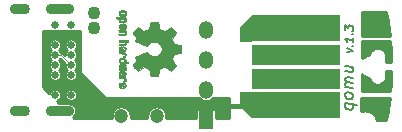
<source format=gtl>
G04 #@! TF.GenerationSoftware,KiCad,Pcbnew,(5.1.6)-1*
G04 #@! TF.CreationDate,2020-12-05T12:50:12+08:00*
G04 #@! TF.ProjectId,qomu-board,716f6d75-2d62-46f6-9172-642e6b696361,rev?*
G04 #@! TF.SameCoordinates,Original*
G04 #@! TF.FileFunction,Copper,L1,Top*
G04 #@! TF.FilePolarity,Positive*
%FSLAX46Y46*%
G04 Gerber Fmt 4.6, Leading zero omitted, Abs format (unit mm)*
G04 Created by KiCad (PCBNEW (5.1.6)-1) date 2020-12-05 12:50:12*
%MOMM*%
%LPD*%
G01*
G04 APERTURE LIST*
G04 #@! TA.AperFunction,NonConductor*
%ADD10C,0.150000*%
G04 #@! TD*
G04 #@! TA.AperFunction,EtchedComponent*
%ADD11C,0.010000*%
G04 #@! TD*
G04 #@! TA.AperFunction,ComponentPad*
%ADD12R,1.250000X1.500000*%
G04 #@! TD*
G04 #@! TA.AperFunction,ComponentPad*
%ADD13O,1.250000X1.500000*%
G04 #@! TD*
G04 #@! TA.AperFunction,ComponentPad*
%ADD14O,1.700000X0.900000*%
G04 #@! TD*
G04 #@! TA.AperFunction,ComponentPad*
%ADD15O,2.400000X0.900000*%
G04 #@! TD*
G04 #@! TA.AperFunction,ComponentPad*
%ADD16C,0.650000*%
G04 #@! TD*
G04 #@! TA.AperFunction,ComponentPad*
%ADD17C,1.100000*%
G04 #@! TD*
G04 #@! TA.AperFunction,ComponentPad*
%ADD18C,1.200000*%
G04 #@! TD*
G04 #@! TA.AperFunction,ConnectorPad*
%ADD19R,7.500000X2.250000*%
G04 #@! TD*
G04 #@! TA.AperFunction,ConnectorPad*
%ADD20R,7.500000X1.750000*%
G04 #@! TD*
G04 #@! TA.AperFunction,ConnectorPad*
%ADD21C,0.100000*%
G04 #@! TD*
G04 #@! TA.AperFunction,ConnectorPad*
%ADD22R,1.000000X1.000000*%
G04 #@! TD*
G04 #@! TA.AperFunction,ViaPad*
%ADD23C,0.250000*%
G04 #@! TD*
G04 #@! TA.AperFunction,Conductor*
%ADD24C,0.200000*%
G04 #@! TD*
G04 #@! TA.AperFunction,Conductor*
%ADD25C,0.100000*%
G04 #@! TD*
G04 #@! TA.AperFunction,Conductor*
%ADD26C,0.400000*%
G04 #@! TD*
G04 #@! TA.AperFunction,Conductor*
%ADD27C,0.254000*%
G04 #@! TD*
G04 APERTURE END LIST*
D10*
X41923000Y-21642979D02*
X42389666Y-21534645D01*
X41923000Y-21309645D01*
X42323000Y-21092979D02*
X42356333Y-21063812D01*
X42389666Y-21101312D01*
X42356333Y-21130479D01*
X42323000Y-21092979D01*
X42389666Y-21101312D01*
X42389666Y-20401312D02*
X42389666Y-20801312D01*
X42389666Y-20601312D02*
X41689666Y-20513812D01*
X41789666Y-20592979D01*
X41856333Y-20667979D01*
X41889666Y-20738812D01*
X42323000Y-20092979D02*
X42356333Y-20063812D01*
X42389666Y-20101312D01*
X42356333Y-20130479D01*
X42323000Y-20092979D01*
X42389666Y-20101312D01*
X41689666Y-19747145D02*
X41689666Y-19313812D01*
X41956333Y-19580479D01*
X41956333Y-19480479D01*
X41989666Y-19417979D01*
X42023000Y-19388812D01*
X42089666Y-19363812D01*
X42256333Y-19384645D01*
X42323000Y-19426312D01*
X42356333Y-19463812D01*
X42389666Y-19534645D01*
X42389666Y-19734645D01*
X42356333Y-19797145D01*
X42323000Y-19826312D01*
X41708714Y-25959794D02*
X42708714Y-26084794D01*
X42327761Y-26037175D02*
X42375380Y-26138366D01*
X42375380Y-26328842D01*
X42327761Y-26418127D01*
X42280142Y-26459794D01*
X42184904Y-26495508D01*
X41899190Y-26459794D01*
X41803952Y-26400270D01*
X41756333Y-26346699D01*
X41708714Y-26245508D01*
X41708714Y-26055032D01*
X41756333Y-25965747D01*
X42375380Y-25424080D02*
X42327761Y-25513366D01*
X42280142Y-25555032D01*
X42184904Y-25590747D01*
X41899190Y-25555032D01*
X41803952Y-25495508D01*
X41756333Y-25441937D01*
X41708714Y-25340747D01*
X41708714Y-25197889D01*
X41756333Y-25108604D01*
X41803952Y-25066937D01*
X41899190Y-25031223D01*
X42184904Y-25066937D01*
X42280142Y-25126461D01*
X42327761Y-25180032D01*
X42375380Y-25281223D01*
X42375380Y-25424080D01*
X42375380Y-24662175D02*
X41708714Y-24578842D01*
X41803952Y-24590747D02*
X41756333Y-24537175D01*
X41708714Y-24435985D01*
X41708714Y-24293127D01*
X41756333Y-24203842D01*
X41851571Y-24168127D01*
X42375380Y-24233604D01*
X41851571Y-24168127D02*
X41756333Y-24108604D01*
X41708714Y-24007413D01*
X41708714Y-23864556D01*
X41756333Y-23775270D01*
X41851571Y-23739556D01*
X42375380Y-23805032D01*
X41708714Y-22816937D02*
X42375380Y-22900270D01*
X41708714Y-23245508D02*
X42232523Y-23310985D01*
X42327761Y-23275270D01*
X42375380Y-23185985D01*
X42375380Y-23043127D01*
X42327761Y-22941937D01*
X42280142Y-22888366D01*
D11*
G36*
X23141248Y-24012600D02*
G01*
X23133666Y-24029948D01*
X23100872Y-24071356D01*
X23053453Y-24106765D01*
X23002849Y-24128664D01*
X22977902Y-24132229D01*
X22943073Y-24120279D01*
X22924643Y-24094067D01*
X22913484Y-24065964D01*
X22911428Y-24053095D01*
X22926351Y-24046829D01*
X22958825Y-24034456D01*
X22973498Y-24029028D01*
X23024256Y-23998590D01*
X23049573Y-23954520D01*
X23048794Y-23898010D01*
X23047797Y-23893825D01*
X23033493Y-23863655D01*
X23005607Y-23841476D01*
X22960713Y-23826327D01*
X22895385Y-23817250D01*
X22806196Y-23813286D01*
X22758739Y-23812914D01*
X22683929Y-23812730D01*
X22632931Y-23811522D01*
X22600529Y-23808309D01*
X22581505Y-23802109D01*
X22570644Y-23791940D01*
X22562728Y-23776819D01*
X22562330Y-23775946D01*
X22550019Y-23746828D01*
X22545486Y-23732403D01*
X22559191Y-23730186D01*
X22597075Y-23728289D01*
X22654285Y-23726847D01*
X22725973Y-23725998D01*
X22778435Y-23725829D01*
X22879953Y-23726692D01*
X22956968Y-23730070D01*
X23013977Y-23737142D01*
X23055474Y-23749088D01*
X23085957Y-23767090D01*
X23109920Y-23792327D01*
X23126645Y-23817247D01*
X23148903Y-23877171D01*
X23153924Y-23946911D01*
X23141248Y-24012600D01*
G37*
X23141248Y-24012600D02*
X23133666Y-24029948D01*
X23100872Y-24071356D01*
X23053453Y-24106765D01*
X23002849Y-24128664D01*
X22977902Y-24132229D01*
X22943073Y-24120279D01*
X22924643Y-24094067D01*
X22913484Y-24065964D01*
X22911428Y-24053095D01*
X22926351Y-24046829D01*
X22958825Y-24034456D01*
X22973498Y-24029028D01*
X23024256Y-23998590D01*
X23049573Y-23954520D01*
X23048794Y-23898010D01*
X23047797Y-23893825D01*
X23033493Y-23863655D01*
X23005607Y-23841476D01*
X22960713Y-23826327D01*
X22895385Y-23817250D01*
X22806196Y-23813286D01*
X22758739Y-23812914D01*
X22683929Y-23812730D01*
X22632931Y-23811522D01*
X22600529Y-23808309D01*
X22581505Y-23802109D01*
X22570644Y-23791940D01*
X22562728Y-23776819D01*
X22562330Y-23775946D01*
X22550019Y-23746828D01*
X22545486Y-23732403D01*
X22559191Y-23730186D01*
X22597075Y-23728289D01*
X22654285Y-23726847D01*
X22725973Y-23725998D01*
X22778435Y-23725829D01*
X22879953Y-23726692D01*
X22956968Y-23730070D01*
X23013977Y-23737142D01*
X23055474Y-23749088D01*
X23085957Y-23767090D01*
X23109920Y-23792327D01*
X23126645Y-23817247D01*
X23148903Y-23877171D01*
X23153924Y-23946911D01*
X23141248Y-24012600D01*
G36*
X23248711Y-20735886D02*
G01*
X23189387Y-20740139D01*
X23154428Y-20745025D01*
X23139180Y-20751795D01*
X23138985Y-20761702D01*
X23140805Y-20764914D01*
X23153985Y-20807644D01*
X23153215Y-20863227D01*
X23139667Y-20919737D01*
X23122139Y-20955082D01*
X23094139Y-20991321D01*
X23062451Y-21017813D01*
X23022187Y-21035999D01*
X22968457Y-21047322D01*
X22896374Y-21053222D01*
X22801049Y-21055143D01*
X22782763Y-21055177D01*
X22577354Y-21055200D01*
X22561420Y-21009491D01*
X22550580Y-20977027D01*
X22545532Y-20959215D01*
X22545486Y-20958691D01*
X22559172Y-20956937D01*
X22596924Y-20955444D01*
X22653776Y-20954326D01*
X22724766Y-20953697D01*
X22767927Y-20953600D01*
X22853027Y-20953398D01*
X22914019Y-20952358D01*
X22955823Y-20949831D01*
X22983358Y-20945164D01*
X23001544Y-20937707D01*
X23015302Y-20926811D01*
X23021927Y-20920007D01*
X23048625Y-20873272D01*
X23050625Y-20822272D01*
X23028045Y-20776001D01*
X23019893Y-20767444D01*
X23004564Y-20754893D01*
X22986382Y-20746188D01*
X22960091Y-20740631D01*
X22920438Y-20737526D01*
X22862168Y-20736176D01*
X22781827Y-20735886D01*
X22577354Y-20735886D01*
X22561420Y-20690177D01*
X22550580Y-20657713D01*
X22545532Y-20639901D01*
X22545486Y-20639377D01*
X22559377Y-20638037D01*
X22598561Y-20636828D01*
X22659300Y-20635801D01*
X22737859Y-20635002D01*
X22830502Y-20634481D01*
X22933491Y-20634286D01*
X23330658Y-20634286D01*
X23350556Y-20681457D01*
X23370453Y-20728629D01*
X23248711Y-20735886D01*
G37*
X23248711Y-20735886D02*
X23189387Y-20740139D01*
X23154428Y-20745025D01*
X23139180Y-20751795D01*
X23138985Y-20761702D01*
X23140805Y-20764914D01*
X23153985Y-20807644D01*
X23153215Y-20863227D01*
X23139667Y-20919737D01*
X23122139Y-20955082D01*
X23094139Y-20991321D01*
X23062451Y-21017813D01*
X23022187Y-21035999D01*
X22968457Y-21047322D01*
X22896374Y-21053222D01*
X22801049Y-21055143D01*
X22782763Y-21055177D01*
X22577354Y-21055200D01*
X22561420Y-21009491D01*
X22550580Y-20977027D01*
X22545532Y-20959215D01*
X22545486Y-20958691D01*
X22559172Y-20956937D01*
X22596924Y-20955444D01*
X22653776Y-20954326D01*
X22724766Y-20953697D01*
X22767927Y-20953600D01*
X22853027Y-20953398D01*
X22914019Y-20952358D01*
X22955823Y-20949831D01*
X22983358Y-20945164D01*
X23001544Y-20937707D01*
X23015302Y-20926811D01*
X23021927Y-20920007D01*
X23048625Y-20873272D01*
X23050625Y-20822272D01*
X23028045Y-20776001D01*
X23019893Y-20767444D01*
X23004564Y-20754893D01*
X22986382Y-20746188D01*
X22960091Y-20740631D01*
X22920438Y-20737526D01*
X22862168Y-20736176D01*
X22781827Y-20735886D01*
X22577354Y-20735886D01*
X22561420Y-20690177D01*
X22550580Y-20657713D01*
X22545532Y-20639901D01*
X22545486Y-20639377D01*
X22559377Y-20638037D01*
X22598561Y-20636828D01*
X22659300Y-20635801D01*
X22737859Y-20635002D01*
X22830502Y-20634481D01*
X22933491Y-20634286D01*
X23330658Y-20634286D01*
X23350556Y-20681457D01*
X23370453Y-20728629D01*
X23248711Y-20735886D01*
G36*
X23141337Y-23139833D02*
G01*
X23103150Y-23142048D01*
X23045114Y-23143784D01*
X22971820Y-23144899D01*
X22894945Y-23145257D01*
X22634804Y-23145257D01*
X22588873Y-23099326D01*
X22560571Y-23067675D01*
X22549107Y-23039890D01*
X22549832Y-23001915D01*
X22551679Y-22986840D01*
X22557052Y-22939726D01*
X22560131Y-22900756D01*
X22560415Y-22891257D01*
X22558555Y-22859233D01*
X22553886Y-22813432D01*
X22551679Y-22795674D01*
X22548265Y-22752057D01*
X22555680Y-22722745D01*
X22578573Y-22693680D01*
X22588873Y-22683188D01*
X22634804Y-22637257D01*
X23121398Y-22637257D01*
X23138242Y-22674226D01*
X23150718Y-22706059D01*
X23155086Y-22724683D01*
X23141282Y-22729458D01*
X23102714Y-22733921D01*
X23043644Y-22737775D01*
X22968337Y-22740722D01*
X22904714Y-22742143D01*
X22654343Y-22746114D01*
X22649444Y-22780759D01*
X22652869Y-22812268D01*
X22663959Y-22827708D01*
X22684692Y-22832023D01*
X22728855Y-22835708D01*
X22790854Y-22838469D01*
X22865091Y-22840012D01*
X22903294Y-22840235D01*
X23123217Y-22840457D01*
X23139151Y-22886166D01*
X23149985Y-22918518D01*
X23155038Y-22936115D01*
X23155086Y-22936623D01*
X23141352Y-22938388D01*
X23103270Y-22940329D01*
X23045518Y-22942282D01*
X22972773Y-22944084D01*
X22904714Y-22945343D01*
X22654343Y-22949314D01*
X22654343Y-23036400D01*
X22882760Y-23040396D01*
X23111178Y-23044392D01*
X23133132Y-23086847D01*
X23148207Y-23118192D01*
X23155049Y-23136744D01*
X23155086Y-23137279D01*
X23141337Y-23139833D01*
G37*
X23141337Y-23139833D02*
X23103150Y-23142048D01*
X23045114Y-23143784D01*
X22971820Y-23144899D01*
X22894945Y-23145257D01*
X22634804Y-23145257D01*
X22588873Y-23099326D01*
X22560571Y-23067675D01*
X22549107Y-23039890D01*
X22549832Y-23001915D01*
X22551679Y-22986840D01*
X22557052Y-22939726D01*
X22560131Y-22900756D01*
X22560415Y-22891257D01*
X22558555Y-22859233D01*
X22553886Y-22813432D01*
X22551679Y-22795674D01*
X22548265Y-22752057D01*
X22555680Y-22722745D01*
X22578573Y-22693680D01*
X22588873Y-22683188D01*
X22634804Y-22637257D01*
X23121398Y-22637257D01*
X23138242Y-22674226D01*
X23150718Y-22706059D01*
X23155086Y-22724683D01*
X23141282Y-22729458D01*
X23102714Y-22733921D01*
X23043644Y-22737775D01*
X22968337Y-22740722D01*
X22904714Y-22742143D01*
X22654343Y-22746114D01*
X22649444Y-22780759D01*
X22652869Y-22812268D01*
X22663959Y-22827708D01*
X22684692Y-22832023D01*
X22728855Y-22835708D01*
X22790854Y-22838469D01*
X22865091Y-22840012D01*
X22903294Y-22840235D01*
X23123217Y-22840457D01*
X23139151Y-22886166D01*
X23149985Y-22918518D01*
X23155038Y-22936115D01*
X23155086Y-22936623D01*
X23141352Y-22938388D01*
X23103270Y-22940329D01*
X23045518Y-22942282D01*
X22972773Y-22944084D01*
X22904714Y-22945343D01*
X22654343Y-22949314D01*
X22654343Y-23036400D01*
X22882760Y-23040396D01*
X23111178Y-23044392D01*
X23133132Y-23086847D01*
X23148207Y-23118192D01*
X23155049Y-23136744D01*
X23155086Y-23137279D01*
X23141337Y-23139833D01*
G36*
X23143665Y-23504876D02*
G01*
X23124656Y-23546667D01*
X23101622Y-23579469D01*
X23075867Y-23603503D01*
X23042642Y-23620097D01*
X22997200Y-23630577D01*
X22934793Y-23636271D01*
X22850673Y-23638507D01*
X22795279Y-23638743D01*
X22579174Y-23638743D01*
X22562330Y-23601774D01*
X22550019Y-23572656D01*
X22545486Y-23558231D01*
X22558975Y-23555472D01*
X22595347Y-23553282D01*
X22648458Y-23551942D01*
X22690628Y-23551657D01*
X22751553Y-23550434D01*
X22799885Y-23547136D01*
X22829482Y-23542321D01*
X22835771Y-23538496D01*
X22829348Y-23512783D01*
X22812875Y-23472418D01*
X22790542Y-23425679D01*
X22766543Y-23380845D01*
X22745070Y-23346193D01*
X22730315Y-23330002D01*
X22730155Y-23329938D01*
X22702848Y-23331330D01*
X22676781Y-23343818D01*
X22655608Y-23365743D01*
X22648526Y-23397743D01*
X22649351Y-23425092D01*
X22649958Y-23463826D01*
X22640884Y-23484158D01*
X22616908Y-23496369D01*
X22612387Y-23497909D01*
X22578194Y-23503203D01*
X22557432Y-23489047D01*
X22547538Y-23452148D01*
X22545708Y-23412289D01*
X22559273Y-23340562D01*
X22578645Y-23303432D01*
X22624155Y-23257576D01*
X22680017Y-23233256D01*
X22739043Y-23231073D01*
X22794047Y-23251629D01*
X22828514Y-23282549D01*
X22847811Y-23313420D01*
X22872241Y-23361942D01*
X22897015Y-23418485D01*
X22900801Y-23427910D01*
X22928209Y-23490019D01*
X22952366Y-23525822D01*
X22976381Y-23537337D01*
X23003365Y-23526580D01*
X23024457Y-23508114D01*
X23050428Y-23464469D01*
X23052376Y-23416446D01*
X23032363Y-23372406D01*
X22992449Y-23340709D01*
X22982152Y-23336549D01*
X22944276Y-23312327D01*
X22916158Y-23276965D01*
X22893083Y-23232343D01*
X22958515Y-23232343D01*
X22998494Y-23234969D01*
X23030003Y-23246230D01*
X23063622Y-23271199D01*
X23089516Y-23295169D01*
X23126183Y-23332441D01*
X23145879Y-23361401D01*
X23153780Y-23392505D01*
X23155086Y-23427713D01*
X23143665Y-23504876D01*
G37*
X23143665Y-23504876D02*
X23124656Y-23546667D01*
X23101622Y-23579469D01*
X23075867Y-23603503D01*
X23042642Y-23620097D01*
X22997200Y-23630577D01*
X22934793Y-23636271D01*
X22850673Y-23638507D01*
X22795279Y-23638743D01*
X22579174Y-23638743D01*
X22562330Y-23601774D01*
X22550019Y-23572656D01*
X22545486Y-23558231D01*
X22558975Y-23555472D01*
X22595347Y-23553282D01*
X22648458Y-23551942D01*
X22690628Y-23551657D01*
X22751553Y-23550434D01*
X22799885Y-23547136D01*
X22829482Y-23542321D01*
X22835771Y-23538496D01*
X22829348Y-23512783D01*
X22812875Y-23472418D01*
X22790542Y-23425679D01*
X22766543Y-23380845D01*
X22745070Y-23346193D01*
X22730315Y-23330002D01*
X22730155Y-23329938D01*
X22702848Y-23331330D01*
X22676781Y-23343818D01*
X22655608Y-23365743D01*
X22648526Y-23397743D01*
X22649351Y-23425092D01*
X22649958Y-23463826D01*
X22640884Y-23484158D01*
X22616908Y-23496369D01*
X22612387Y-23497909D01*
X22578194Y-23503203D01*
X22557432Y-23489047D01*
X22547538Y-23452148D01*
X22545708Y-23412289D01*
X22559273Y-23340562D01*
X22578645Y-23303432D01*
X22624155Y-23257576D01*
X22680017Y-23233256D01*
X22739043Y-23231073D01*
X22794047Y-23251629D01*
X22828514Y-23282549D01*
X22847811Y-23313420D01*
X22872241Y-23361942D01*
X22897015Y-23418485D01*
X22900801Y-23427910D01*
X22928209Y-23490019D01*
X22952366Y-23525822D01*
X22976381Y-23537337D01*
X23003365Y-23526580D01*
X23024457Y-23508114D01*
X23050428Y-23464469D01*
X23052376Y-23416446D01*
X23032363Y-23372406D01*
X22992449Y-23340709D01*
X22982152Y-23336549D01*
X22944276Y-23312327D01*
X22916158Y-23276965D01*
X22893083Y-23232343D01*
X22958515Y-23232343D01*
X22998494Y-23234969D01*
X23030003Y-23246230D01*
X23063622Y-23271199D01*
X23089516Y-23295169D01*
X23126183Y-23332441D01*
X23145879Y-23361401D01*
X23153780Y-23392505D01*
X23155086Y-23427713D01*
X23143665Y-23504876D01*
G36*
X23150245Y-21889926D02*
G01*
X23125916Y-21955858D01*
X23082883Y-22009273D01*
X23052591Y-22030164D01*
X22997006Y-22052939D01*
X22956814Y-22052466D01*
X22929783Y-22028562D01*
X22925187Y-22019717D01*
X22910856Y-21981530D01*
X22914528Y-21962028D01*
X22938593Y-21955422D01*
X22951886Y-21955086D01*
X23000790Y-21942992D01*
X23035001Y-21911471D01*
X23051524Y-21867659D01*
X23047366Y-21818695D01*
X23025773Y-21778894D01*
X23013456Y-21765450D01*
X22998513Y-21755921D01*
X22975925Y-21749485D01*
X22940672Y-21745317D01*
X22887734Y-21742597D01*
X22812093Y-21740502D01*
X22788143Y-21739960D01*
X22706210Y-21737981D01*
X22648545Y-21735731D01*
X22610392Y-21732357D01*
X22586996Y-21727006D01*
X22573602Y-21718824D01*
X22565455Y-21706959D01*
X22561856Y-21699362D01*
X22549548Y-21667102D01*
X22545486Y-21648111D01*
X22559052Y-21641836D01*
X22600066Y-21638006D01*
X22669001Y-21636600D01*
X22766331Y-21637598D01*
X22781343Y-21637908D01*
X22870141Y-21640101D01*
X22934981Y-21642693D01*
X22980933Y-21646382D01*
X23013065Y-21651864D01*
X23036447Y-21659835D01*
X23056148Y-21670993D01*
X23064590Y-21676830D01*
X23101943Y-21710296D01*
X23130997Y-21747727D01*
X23133533Y-21752309D01*
X23153557Y-21819426D01*
X23150245Y-21889926D01*
G37*
X23150245Y-21889926D02*
X23125916Y-21955858D01*
X23082883Y-22009273D01*
X23052591Y-22030164D01*
X22997006Y-22052939D01*
X22956814Y-22052466D01*
X22929783Y-22028562D01*
X22925187Y-22019717D01*
X22910856Y-21981530D01*
X22914528Y-21962028D01*
X22938593Y-21955422D01*
X22951886Y-21955086D01*
X23000790Y-21942992D01*
X23035001Y-21911471D01*
X23051524Y-21867659D01*
X23047366Y-21818695D01*
X23025773Y-21778894D01*
X23013456Y-21765450D01*
X22998513Y-21755921D01*
X22975925Y-21749485D01*
X22940672Y-21745317D01*
X22887734Y-21742597D01*
X22812093Y-21740502D01*
X22788143Y-21739960D01*
X22706210Y-21737981D01*
X22648545Y-21735731D01*
X22610392Y-21732357D01*
X22586996Y-21727006D01*
X22573602Y-21718824D01*
X22565455Y-21706959D01*
X22561856Y-21699362D01*
X22549548Y-21667102D01*
X22545486Y-21648111D01*
X22559052Y-21641836D01*
X22600066Y-21638006D01*
X22669001Y-21636600D01*
X22766331Y-21637598D01*
X22781343Y-21637908D01*
X22870141Y-21640101D01*
X22934981Y-21642693D01*
X22980933Y-21646382D01*
X23013065Y-21651864D01*
X23036447Y-21659835D01*
X23056148Y-21670993D01*
X23064590Y-21676830D01*
X23101943Y-21710296D01*
X23130997Y-21747727D01*
X23133533Y-21752309D01*
X23153557Y-21819426D01*
X23150245Y-21889926D01*
G36*
X23178038Y-18401115D02*
G01*
X23142267Y-18469145D01*
X23084699Y-18519351D01*
X23047688Y-18537185D01*
X22992118Y-18551063D01*
X22921904Y-18558167D01*
X22845273Y-18558840D01*
X22770448Y-18553427D01*
X22705658Y-18542270D01*
X22659127Y-18525714D01*
X22651113Y-18520626D01*
X22591293Y-18460355D01*
X22555465Y-18388769D01*
X22544980Y-18311092D01*
X22561190Y-18232548D01*
X22570908Y-18210689D01*
X22600857Y-18168122D01*
X22640567Y-18130763D01*
X22645603Y-18127232D01*
X22669876Y-18112881D01*
X22695822Y-18103394D01*
X22729978Y-18097790D01*
X22778881Y-18095086D01*
X22849065Y-18094299D01*
X22864800Y-18094286D01*
X22869808Y-18094322D01*
X22869808Y-18239429D01*
X22803570Y-18240273D01*
X22759614Y-18243596D01*
X22731221Y-18250583D01*
X22711675Y-18262416D01*
X22705143Y-18268457D01*
X22680320Y-18303186D01*
X22681452Y-18336903D01*
X22702984Y-18370995D01*
X22725971Y-18391329D01*
X22759522Y-18403371D01*
X22812431Y-18410134D01*
X22818601Y-18410598D01*
X22914487Y-18411752D01*
X22985701Y-18399688D01*
X23031806Y-18374570D01*
X23052365Y-18336560D01*
X23053486Y-18322992D01*
X23047848Y-18287364D01*
X23028314Y-18262994D01*
X22990958Y-18248093D01*
X22931850Y-18240875D01*
X22869808Y-18239429D01*
X22869808Y-18094322D01*
X22939587Y-18094826D01*
X22991841Y-18097096D01*
X23028051Y-18102068D01*
X23054701Y-18110713D01*
X23078278Y-18124005D01*
X23082662Y-18126943D01*
X23141751Y-18176313D01*
X23176053Y-18230109D01*
X23189669Y-18295602D01*
X23190335Y-18317842D01*
X23178038Y-18401115D01*
G37*
X23178038Y-18401115D02*
X23142267Y-18469145D01*
X23084699Y-18519351D01*
X23047688Y-18537185D01*
X22992118Y-18551063D01*
X22921904Y-18558167D01*
X22845273Y-18558840D01*
X22770448Y-18553427D01*
X22705658Y-18542270D01*
X22659127Y-18525714D01*
X22651113Y-18520626D01*
X22591293Y-18460355D01*
X22555465Y-18388769D01*
X22544980Y-18311092D01*
X22561190Y-18232548D01*
X22570908Y-18210689D01*
X22600857Y-18168122D01*
X22640567Y-18130763D01*
X22645603Y-18127232D01*
X22669876Y-18112881D01*
X22695822Y-18103394D01*
X22729978Y-18097790D01*
X22778881Y-18095086D01*
X22849065Y-18094299D01*
X22864800Y-18094286D01*
X22869808Y-18094322D01*
X22869808Y-18239429D01*
X22803570Y-18240273D01*
X22759614Y-18243596D01*
X22731221Y-18250583D01*
X22711675Y-18262416D01*
X22705143Y-18268457D01*
X22680320Y-18303186D01*
X22681452Y-18336903D01*
X22702984Y-18370995D01*
X22725971Y-18391329D01*
X22759522Y-18403371D01*
X22812431Y-18410134D01*
X22818601Y-18410598D01*
X22914487Y-18411752D01*
X22985701Y-18399688D01*
X23031806Y-18374570D01*
X23052365Y-18336560D01*
X23053486Y-18322992D01*
X23047848Y-18287364D01*
X23028314Y-18262994D01*
X22990958Y-18248093D01*
X22931850Y-18240875D01*
X22869808Y-18239429D01*
X22869808Y-18094322D01*
X22939587Y-18094826D01*
X22991841Y-18097096D01*
X23028051Y-18102068D01*
X23054701Y-18110713D01*
X23078278Y-18124005D01*
X23082662Y-18126943D01*
X23141751Y-18176313D01*
X23176053Y-18230109D01*
X23189669Y-18295602D01*
X23190335Y-18317842D01*
X23178038Y-18401115D01*
G36*
X23149032Y-21399744D02*
G01*
X23127913Y-21456616D01*
X23127507Y-21457267D01*
X23101620Y-21492440D01*
X23071367Y-21518407D01*
X23031942Y-21536670D01*
X22978538Y-21548732D01*
X22906349Y-21556096D01*
X22810568Y-21560264D01*
X22796922Y-21560629D01*
X22591158Y-21565876D01*
X22568322Y-21521716D01*
X22552890Y-21489763D01*
X22545577Y-21470470D01*
X22545486Y-21469578D01*
X22558978Y-21466239D01*
X22595374Y-21463587D01*
X22648548Y-21461956D01*
X22691607Y-21461600D01*
X22761359Y-21461592D01*
X22805163Y-21458403D01*
X22826056Y-21447288D01*
X22827075Y-21423501D01*
X22811259Y-21382296D01*
X22782185Y-21320086D01*
X22758037Y-21274341D01*
X22737087Y-21250813D01*
X22714253Y-21243896D01*
X22713123Y-21243886D01*
X22673788Y-21255299D01*
X22652538Y-21289092D01*
X22649461Y-21340809D01*
X22649994Y-21378061D01*
X22639265Y-21397703D01*
X22613495Y-21409952D01*
X22580663Y-21417002D01*
X22562034Y-21406842D01*
X22559368Y-21403017D01*
X22548660Y-21367001D01*
X22547144Y-21316566D01*
X22554241Y-21264626D01*
X22567212Y-21227822D01*
X22610415Y-21176938D01*
X22670554Y-21148014D01*
X22717538Y-21142286D01*
X22759918Y-21146657D01*
X22794512Y-21162475D01*
X22825237Y-21193797D01*
X22856010Y-21244678D01*
X22890748Y-21319176D01*
X22892712Y-21323714D01*
X22923713Y-21390821D01*
X22949138Y-21432232D01*
X22971986Y-21449981D01*
X22995255Y-21446107D01*
X23021944Y-21422643D01*
X23028086Y-21415627D01*
X23051900Y-21368630D01*
X23050897Y-21319933D01*
X23027549Y-21277522D01*
X22984325Y-21249384D01*
X22975840Y-21246769D01*
X22934692Y-21221308D01*
X22914872Y-21189001D01*
X22895230Y-21142286D01*
X22946050Y-21142286D01*
X23019918Y-21156496D01*
X23087673Y-21198675D01*
X23110339Y-21220624D01*
X23139431Y-21270517D01*
X23152600Y-21333967D01*
X23149032Y-21399744D01*
G37*
X23149032Y-21399744D02*
X23127913Y-21456616D01*
X23127507Y-21457267D01*
X23101620Y-21492440D01*
X23071367Y-21518407D01*
X23031942Y-21536670D01*
X22978538Y-21548732D01*
X22906349Y-21556096D01*
X22810568Y-21560264D01*
X22796922Y-21560629D01*
X22591158Y-21565876D01*
X22568322Y-21521716D01*
X22552890Y-21489763D01*
X22545577Y-21470470D01*
X22545486Y-21469578D01*
X22558978Y-21466239D01*
X22595374Y-21463587D01*
X22648548Y-21461956D01*
X22691607Y-21461600D01*
X22761359Y-21461592D01*
X22805163Y-21458403D01*
X22826056Y-21447288D01*
X22827075Y-21423501D01*
X22811259Y-21382296D01*
X22782185Y-21320086D01*
X22758037Y-21274341D01*
X22737087Y-21250813D01*
X22714253Y-21243896D01*
X22713123Y-21243886D01*
X22673788Y-21255299D01*
X22652538Y-21289092D01*
X22649461Y-21340809D01*
X22649994Y-21378061D01*
X22639265Y-21397703D01*
X22613495Y-21409952D01*
X22580663Y-21417002D01*
X22562034Y-21406842D01*
X22559368Y-21403017D01*
X22548660Y-21367001D01*
X22547144Y-21316566D01*
X22554241Y-21264626D01*
X22567212Y-21227822D01*
X22610415Y-21176938D01*
X22670554Y-21148014D01*
X22717538Y-21142286D01*
X22759918Y-21146657D01*
X22794512Y-21162475D01*
X22825237Y-21193797D01*
X22856010Y-21244678D01*
X22890748Y-21319176D01*
X22892712Y-21323714D01*
X22923713Y-21390821D01*
X22949138Y-21432232D01*
X22971986Y-21449981D01*
X22995255Y-21446107D01*
X23021944Y-21422643D01*
X23028086Y-21415627D01*
X23051900Y-21368630D01*
X23050897Y-21319933D01*
X23027549Y-21277522D01*
X22984325Y-21249384D01*
X22975840Y-21246769D01*
X22934692Y-21221308D01*
X22914872Y-21189001D01*
X22895230Y-21142286D01*
X22946050Y-21142286D01*
X23019918Y-21156496D01*
X23087673Y-21198675D01*
X23110339Y-21220624D01*
X23139431Y-21270517D01*
X23152600Y-21333967D01*
X23149032Y-21399744D01*
G36*
X27857652Y-21463910D02*
G01*
X27857222Y-21542454D01*
X27856058Y-21599298D01*
X27853793Y-21638105D01*
X27850060Y-21662538D01*
X27844494Y-21676262D01*
X27836727Y-21682940D01*
X27826395Y-21686236D01*
X27825057Y-21686556D01*
X27800921Y-21691562D01*
X27753299Y-21700829D01*
X27687259Y-21713392D01*
X27607872Y-21728287D01*
X27520204Y-21744551D01*
X27517125Y-21745119D01*
X27431211Y-21761410D01*
X27355304Y-21776652D01*
X27293955Y-21789861D01*
X27251718Y-21800054D01*
X27233145Y-21806248D01*
X27232816Y-21806543D01*
X27223747Y-21824788D01*
X27208633Y-21862405D01*
X27190738Y-21911271D01*
X27190642Y-21911543D01*
X27167507Y-21973093D01*
X27138035Y-22045657D01*
X27108403Y-22114057D01*
X27106938Y-22117294D01*
X27056374Y-22228702D01*
X27224840Y-22475399D01*
X27276197Y-22551077D01*
X27322111Y-22619631D01*
X27359970Y-22677088D01*
X27387163Y-22719476D01*
X27401079Y-22742825D01*
X27402111Y-22745042D01*
X27397516Y-22762010D01*
X27375345Y-22793701D01*
X27334553Y-22841352D01*
X27274095Y-22906198D01*
X27209773Y-22972397D01*
X27146388Y-23036214D01*
X27088549Y-23093329D01*
X27039825Y-23140305D01*
X27003790Y-23173703D01*
X26984016Y-23190085D01*
X26982998Y-23190694D01*
X26969428Y-23192505D01*
X26947267Y-23185683D01*
X26913522Y-23168540D01*
X26865200Y-23139393D01*
X26799308Y-23096555D01*
X26714483Y-23039448D01*
X26639823Y-22988766D01*
X26572860Y-22943461D01*
X26517484Y-22906150D01*
X26477580Y-22879452D01*
X26457038Y-22865985D01*
X26455644Y-22865137D01*
X26435962Y-22866781D01*
X26397707Y-22879245D01*
X26348111Y-22900048D01*
X26332272Y-22907462D01*
X26261710Y-22939814D01*
X26181647Y-22974328D01*
X26112371Y-23002365D01*
X26060955Y-23022568D01*
X26021881Y-23038615D01*
X26001459Y-23047888D01*
X25999886Y-23049041D01*
X25997279Y-23066096D01*
X25990137Y-23106298D01*
X25979477Y-23164302D01*
X25966315Y-23234763D01*
X25951667Y-23312335D01*
X25936551Y-23391672D01*
X25921982Y-23467431D01*
X25908978Y-23534264D01*
X25898555Y-23586828D01*
X25891730Y-23619776D01*
X25889801Y-23627857D01*
X25885038Y-23636205D01*
X25874282Y-23642506D01*
X25853902Y-23647045D01*
X25820266Y-23650104D01*
X25769745Y-23651967D01*
X25698708Y-23652918D01*
X25603524Y-23653240D01*
X25564508Y-23653257D01*
X25247201Y-23653257D01*
X25232161Y-23577057D01*
X25224005Y-23534663D01*
X25212101Y-23471400D01*
X25197884Y-23394962D01*
X25182790Y-23313043D01*
X25178645Y-23290400D01*
X25163947Y-23214806D01*
X25149495Y-23148953D01*
X25136625Y-23098366D01*
X25126678Y-23068574D01*
X25123713Y-23063612D01*
X25102717Y-23051426D01*
X25062033Y-23033953D01*
X25009678Y-23014577D01*
X24998400Y-23010734D01*
X24928477Y-22985339D01*
X24849582Y-22953817D01*
X24778734Y-22922969D01*
X24778405Y-22922817D01*
X24667267Y-22871447D01*
X24418747Y-23040399D01*
X24170228Y-23209352D01*
X23952942Y-22992429D01*
X23888274Y-22926819D01*
X23831267Y-22866979D01*
X23784967Y-22816267D01*
X23752416Y-22778046D01*
X23736657Y-22755675D01*
X23735657Y-22752466D01*
X23743531Y-22733626D01*
X23765422Y-22695180D01*
X23798733Y-22641330D01*
X23840869Y-22576276D01*
X23888057Y-22505940D01*
X23936190Y-22434555D01*
X23978072Y-22370908D01*
X24011129Y-22319041D01*
X24032782Y-22282995D01*
X24040457Y-22266867D01*
X24033963Y-22247189D01*
X24016850Y-22209875D01*
X23992674Y-22162621D01*
X23989987Y-22157612D01*
X23958073Y-22093977D01*
X23942421Y-22050341D01*
X23942255Y-22023202D01*
X23956796Y-22009057D01*
X23957000Y-22008975D01*
X23974221Y-22001905D01*
X24015101Y-21985042D01*
X24076475Y-21959695D01*
X24155181Y-21927171D01*
X24248053Y-21888778D01*
X24351928Y-21845822D01*
X24452498Y-21804222D01*
X24563484Y-21758504D01*
X24666297Y-21716526D01*
X24757785Y-21679548D01*
X24834799Y-21648827D01*
X24894185Y-21625622D01*
X24932791Y-21611190D01*
X24947200Y-21606743D01*
X24963728Y-21617896D01*
X24990070Y-21647069D01*
X25019113Y-21685971D01*
X25110961Y-21796757D01*
X25216241Y-21883351D01*
X25332734Y-21944716D01*
X25458224Y-21979815D01*
X25590493Y-21987608D01*
X25651543Y-21981943D01*
X25778205Y-21951078D01*
X25890059Y-21897920D01*
X25985999Y-21825767D01*
X26064924Y-21737917D01*
X26125730Y-21637665D01*
X26167313Y-21528310D01*
X26188572Y-21413147D01*
X26188401Y-21295475D01*
X26165699Y-21178590D01*
X26119362Y-21065789D01*
X26048287Y-20960369D01*
X26008089Y-20916368D01*
X25904871Y-20831979D01*
X25792075Y-20773222D01*
X25672990Y-20739704D01*
X25550905Y-20731035D01*
X25429107Y-20746823D01*
X25310884Y-20786678D01*
X25199525Y-20850207D01*
X25098316Y-20937021D01*
X25019113Y-21034029D01*
X24988838Y-21074437D01*
X24962781Y-21102982D01*
X24947175Y-21113257D01*
X24930157Y-21107877D01*
X24889500Y-21092575D01*
X24828358Y-21068612D01*
X24749881Y-21037244D01*
X24657220Y-20999732D01*
X24553528Y-20957333D01*
X24452474Y-20915663D01*
X24341393Y-20869690D01*
X24238459Y-20827107D01*
X24146835Y-20789221D01*
X24069684Y-20757340D01*
X24010169Y-20732771D01*
X23971456Y-20716820D01*
X23957000Y-20710910D01*
X23942315Y-20696948D01*
X23942358Y-20669940D01*
X23957901Y-20626413D01*
X23989716Y-20562890D01*
X23989987Y-20562388D01*
X24014677Y-20514560D01*
X24032662Y-20475897D01*
X24040386Y-20454095D01*
X24040457Y-20453133D01*
X24032622Y-20436721D01*
X24010835Y-20400487D01*
X23977672Y-20348474D01*
X23935709Y-20284725D01*
X23888057Y-20214060D01*
X23839809Y-20142116D01*
X23797849Y-20077274D01*
X23764773Y-20023735D01*
X23743179Y-19985697D01*
X23735657Y-19967533D01*
X23745543Y-19950808D01*
X23773174Y-19917180D01*
X23815505Y-19870010D01*
X23869495Y-19812658D01*
X23932101Y-19748484D01*
X23953017Y-19727497D01*
X24170377Y-19510499D01*
X24412780Y-19675668D01*
X24487219Y-19725864D01*
X24554028Y-19769919D01*
X24609335Y-19805362D01*
X24649271Y-19829719D01*
X24669964Y-19840522D01*
X24671437Y-19840838D01*
X24690942Y-19835143D01*
X24730178Y-19819826D01*
X24782570Y-19797537D01*
X24817645Y-19781893D01*
X24884799Y-19752641D01*
X24952642Y-19725094D01*
X25009966Y-19703737D01*
X25027428Y-19697935D01*
X25074062Y-19681452D01*
X25110095Y-19665340D01*
X25123713Y-19656490D01*
X25132048Y-19636960D01*
X25143863Y-19594334D01*
X25157819Y-19534145D01*
X25172578Y-19461922D01*
X25178645Y-19429600D01*
X25193727Y-19347522D01*
X25208331Y-19268795D01*
X25221020Y-19201109D01*
X25230358Y-19152160D01*
X25232161Y-19142943D01*
X25247201Y-19066743D01*
X25564508Y-19066743D01*
X25668846Y-19066914D01*
X25747787Y-19067616D01*
X25804962Y-19069134D01*
X25844001Y-19071749D01*
X25868535Y-19075746D01*
X25882195Y-19081409D01*
X25888611Y-19089020D01*
X25889801Y-19092143D01*
X25894020Y-19110978D01*
X25902438Y-19152588D01*
X25914039Y-19211630D01*
X25927805Y-19282757D01*
X25942720Y-19360625D01*
X25957768Y-19439887D01*
X25971931Y-19515198D01*
X25984194Y-19581213D01*
X25993539Y-19632587D01*
X25998950Y-19663975D01*
X25999886Y-19670959D01*
X26012404Y-19677285D01*
X26045754Y-19691290D01*
X26093623Y-19710355D01*
X26112371Y-19717634D01*
X26184805Y-19746996D01*
X26264830Y-19781571D01*
X26332272Y-19812537D01*
X26383841Y-19835323D01*
X26426215Y-19850482D01*
X26452166Y-19855542D01*
X26455644Y-19854736D01*
X26472064Y-19844041D01*
X26508583Y-19819620D01*
X26561313Y-19784095D01*
X26626365Y-19740087D01*
X26699849Y-19690217D01*
X26714355Y-19680356D01*
X26800296Y-19622492D01*
X26865739Y-19579956D01*
X26913696Y-19551054D01*
X26947180Y-19534090D01*
X26969205Y-19527367D01*
X26982783Y-19529190D01*
X26982869Y-19529236D01*
X27000703Y-19543586D01*
X27035183Y-19575323D01*
X27082732Y-19621010D01*
X27139778Y-19677204D01*
X27202745Y-19740468D01*
X27209773Y-19747602D01*
X27286980Y-19827330D01*
X27343670Y-19888857D01*
X27380890Y-19933421D01*
X27399685Y-19962257D01*
X27402111Y-19974958D01*
X27391529Y-19993494D01*
X27367084Y-20031961D01*
X27331388Y-20086386D01*
X27287053Y-20152798D01*
X27236689Y-20227225D01*
X27224840Y-20244601D01*
X27056374Y-20491297D01*
X27106938Y-20602706D01*
X27136405Y-20670457D01*
X27166041Y-20743183D01*
X27189670Y-20805703D01*
X27190642Y-20808457D01*
X27208543Y-20857360D01*
X27223680Y-20895057D01*
X27232790Y-20913425D01*
X27232816Y-20913456D01*
X27249283Y-20919285D01*
X27289781Y-20929192D01*
X27349758Y-20942195D01*
X27424660Y-20957309D01*
X27509936Y-20973552D01*
X27517125Y-20974881D01*
X27604986Y-20991175D01*
X27684740Y-21006133D01*
X27751319Y-21018791D01*
X27799653Y-21028186D01*
X27824675Y-21033354D01*
X27825057Y-21033444D01*
X27835701Y-21036589D01*
X27843738Y-21042704D01*
X27849533Y-21055453D01*
X27853453Y-21078500D01*
X27855865Y-21115509D01*
X27857135Y-21170144D01*
X27857629Y-21246067D01*
X27857714Y-21346944D01*
X27857714Y-21360000D01*
X27857652Y-21463910D01*
G37*
X27857652Y-21463910D02*
X27857222Y-21542454D01*
X27856058Y-21599298D01*
X27853793Y-21638105D01*
X27850060Y-21662538D01*
X27844494Y-21676262D01*
X27836727Y-21682940D01*
X27826395Y-21686236D01*
X27825057Y-21686556D01*
X27800921Y-21691562D01*
X27753299Y-21700829D01*
X27687259Y-21713392D01*
X27607872Y-21728287D01*
X27520204Y-21744551D01*
X27517125Y-21745119D01*
X27431211Y-21761410D01*
X27355304Y-21776652D01*
X27293955Y-21789861D01*
X27251718Y-21800054D01*
X27233145Y-21806248D01*
X27232816Y-21806543D01*
X27223747Y-21824788D01*
X27208633Y-21862405D01*
X27190738Y-21911271D01*
X27190642Y-21911543D01*
X27167507Y-21973093D01*
X27138035Y-22045657D01*
X27108403Y-22114057D01*
X27106938Y-22117294D01*
X27056374Y-22228702D01*
X27224840Y-22475399D01*
X27276197Y-22551077D01*
X27322111Y-22619631D01*
X27359970Y-22677088D01*
X27387163Y-22719476D01*
X27401079Y-22742825D01*
X27402111Y-22745042D01*
X27397516Y-22762010D01*
X27375345Y-22793701D01*
X27334553Y-22841352D01*
X27274095Y-22906198D01*
X27209773Y-22972397D01*
X27146388Y-23036214D01*
X27088549Y-23093329D01*
X27039825Y-23140305D01*
X27003790Y-23173703D01*
X26984016Y-23190085D01*
X26982998Y-23190694D01*
X26969428Y-23192505D01*
X26947267Y-23185683D01*
X26913522Y-23168540D01*
X26865200Y-23139393D01*
X26799308Y-23096555D01*
X26714483Y-23039448D01*
X26639823Y-22988766D01*
X26572860Y-22943461D01*
X26517484Y-22906150D01*
X26477580Y-22879452D01*
X26457038Y-22865985D01*
X26455644Y-22865137D01*
X26435962Y-22866781D01*
X26397707Y-22879245D01*
X26348111Y-22900048D01*
X26332272Y-22907462D01*
X26261710Y-22939814D01*
X26181647Y-22974328D01*
X26112371Y-23002365D01*
X26060955Y-23022568D01*
X26021881Y-23038615D01*
X26001459Y-23047888D01*
X25999886Y-23049041D01*
X25997279Y-23066096D01*
X25990137Y-23106298D01*
X25979477Y-23164302D01*
X25966315Y-23234763D01*
X25951667Y-23312335D01*
X25936551Y-23391672D01*
X25921982Y-23467431D01*
X25908978Y-23534264D01*
X25898555Y-23586828D01*
X25891730Y-23619776D01*
X25889801Y-23627857D01*
X25885038Y-23636205D01*
X25874282Y-23642506D01*
X25853902Y-23647045D01*
X25820266Y-23650104D01*
X25769745Y-23651967D01*
X25698708Y-23652918D01*
X25603524Y-23653240D01*
X25564508Y-23653257D01*
X25247201Y-23653257D01*
X25232161Y-23577057D01*
X25224005Y-23534663D01*
X25212101Y-23471400D01*
X25197884Y-23394962D01*
X25182790Y-23313043D01*
X25178645Y-23290400D01*
X25163947Y-23214806D01*
X25149495Y-23148953D01*
X25136625Y-23098366D01*
X25126678Y-23068574D01*
X25123713Y-23063612D01*
X25102717Y-23051426D01*
X25062033Y-23033953D01*
X25009678Y-23014577D01*
X24998400Y-23010734D01*
X24928477Y-22985339D01*
X24849582Y-22953817D01*
X24778734Y-22922969D01*
X24778405Y-22922817D01*
X24667267Y-22871447D01*
X24418747Y-23040399D01*
X24170228Y-23209352D01*
X23952942Y-22992429D01*
X23888274Y-22926819D01*
X23831267Y-22866979D01*
X23784967Y-22816267D01*
X23752416Y-22778046D01*
X23736657Y-22755675D01*
X23735657Y-22752466D01*
X23743531Y-22733626D01*
X23765422Y-22695180D01*
X23798733Y-22641330D01*
X23840869Y-22576276D01*
X23888057Y-22505940D01*
X23936190Y-22434555D01*
X23978072Y-22370908D01*
X24011129Y-22319041D01*
X24032782Y-22282995D01*
X24040457Y-22266867D01*
X24033963Y-22247189D01*
X24016850Y-22209875D01*
X23992674Y-22162621D01*
X23989987Y-22157612D01*
X23958073Y-22093977D01*
X23942421Y-22050341D01*
X23942255Y-22023202D01*
X23956796Y-22009057D01*
X23957000Y-22008975D01*
X23974221Y-22001905D01*
X24015101Y-21985042D01*
X24076475Y-21959695D01*
X24155181Y-21927171D01*
X24248053Y-21888778D01*
X24351928Y-21845822D01*
X24452498Y-21804222D01*
X24563484Y-21758504D01*
X24666297Y-21716526D01*
X24757785Y-21679548D01*
X24834799Y-21648827D01*
X24894185Y-21625622D01*
X24932791Y-21611190D01*
X24947200Y-21606743D01*
X24963728Y-21617896D01*
X24990070Y-21647069D01*
X25019113Y-21685971D01*
X25110961Y-21796757D01*
X25216241Y-21883351D01*
X25332734Y-21944716D01*
X25458224Y-21979815D01*
X25590493Y-21987608D01*
X25651543Y-21981943D01*
X25778205Y-21951078D01*
X25890059Y-21897920D01*
X25985999Y-21825767D01*
X26064924Y-21737917D01*
X26125730Y-21637665D01*
X26167313Y-21528310D01*
X26188572Y-21413147D01*
X26188401Y-21295475D01*
X26165699Y-21178590D01*
X26119362Y-21065789D01*
X26048287Y-20960369D01*
X26008089Y-20916368D01*
X25904871Y-20831979D01*
X25792075Y-20773222D01*
X25672990Y-20739704D01*
X25550905Y-20731035D01*
X25429107Y-20746823D01*
X25310884Y-20786678D01*
X25199525Y-20850207D01*
X25098316Y-20937021D01*
X25019113Y-21034029D01*
X24988838Y-21074437D01*
X24962781Y-21102982D01*
X24947175Y-21113257D01*
X24930157Y-21107877D01*
X24889500Y-21092575D01*
X24828358Y-21068612D01*
X24749881Y-21037244D01*
X24657220Y-20999732D01*
X24553528Y-20957333D01*
X24452474Y-20915663D01*
X24341393Y-20869690D01*
X24238459Y-20827107D01*
X24146835Y-20789221D01*
X24069684Y-20757340D01*
X24010169Y-20732771D01*
X23971456Y-20716820D01*
X23957000Y-20710910D01*
X23942315Y-20696948D01*
X23942358Y-20669940D01*
X23957901Y-20626413D01*
X23989716Y-20562890D01*
X23989987Y-20562388D01*
X24014677Y-20514560D01*
X24032662Y-20475897D01*
X24040386Y-20454095D01*
X24040457Y-20453133D01*
X24032622Y-20436721D01*
X24010835Y-20400487D01*
X23977672Y-20348474D01*
X23935709Y-20284725D01*
X23888057Y-20214060D01*
X23839809Y-20142116D01*
X23797849Y-20077274D01*
X23764773Y-20023735D01*
X23743179Y-19985697D01*
X23735657Y-19967533D01*
X23745543Y-19950808D01*
X23773174Y-19917180D01*
X23815505Y-19870010D01*
X23869495Y-19812658D01*
X23932101Y-19748484D01*
X23953017Y-19727497D01*
X24170377Y-19510499D01*
X24412780Y-19675668D01*
X24487219Y-19725864D01*
X24554028Y-19769919D01*
X24609335Y-19805362D01*
X24649271Y-19829719D01*
X24669964Y-19840522D01*
X24671437Y-19840838D01*
X24690942Y-19835143D01*
X24730178Y-19819826D01*
X24782570Y-19797537D01*
X24817645Y-19781893D01*
X24884799Y-19752641D01*
X24952642Y-19725094D01*
X25009966Y-19703737D01*
X25027428Y-19697935D01*
X25074062Y-19681452D01*
X25110095Y-19665340D01*
X25123713Y-19656490D01*
X25132048Y-19636960D01*
X25143863Y-19594334D01*
X25157819Y-19534145D01*
X25172578Y-19461922D01*
X25178645Y-19429600D01*
X25193727Y-19347522D01*
X25208331Y-19268795D01*
X25221020Y-19201109D01*
X25230358Y-19152160D01*
X25232161Y-19142943D01*
X25247201Y-19066743D01*
X25564508Y-19066743D01*
X25668846Y-19066914D01*
X25747787Y-19067616D01*
X25804962Y-19069134D01*
X25844001Y-19071749D01*
X25868535Y-19075746D01*
X25882195Y-19081409D01*
X25888611Y-19089020D01*
X25889801Y-19092143D01*
X25894020Y-19110978D01*
X25902438Y-19152588D01*
X25914039Y-19211630D01*
X25927805Y-19282757D01*
X25942720Y-19360625D01*
X25957768Y-19439887D01*
X25971931Y-19515198D01*
X25984194Y-19581213D01*
X25993539Y-19632587D01*
X25998950Y-19663975D01*
X25999886Y-19670959D01*
X26012404Y-19677285D01*
X26045754Y-19691290D01*
X26093623Y-19710355D01*
X26112371Y-19717634D01*
X26184805Y-19746996D01*
X26264830Y-19781571D01*
X26332272Y-19812537D01*
X26383841Y-19835323D01*
X26426215Y-19850482D01*
X26452166Y-19855542D01*
X26455644Y-19854736D01*
X26472064Y-19844041D01*
X26508583Y-19819620D01*
X26561313Y-19784095D01*
X26626365Y-19740087D01*
X26699849Y-19690217D01*
X26714355Y-19680356D01*
X26800296Y-19622492D01*
X26865739Y-19579956D01*
X26913696Y-19551054D01*
X26947180Y-19534090D01*
X26969205Y-19527367D01*
X26982783Y-19529190D01*
X26982869Y-19529236D01*
X27000703Y-19543586D01*
X27035183Y-19575323D01*
X27082732Y-19621010D01*
X27139778Y-19677204D01*
X27202745Y-19740468D01*
X27209773Y-19747602D01*
X27286980Y-19827330D01*
X27343670Y-19888857D01*
X27380890Y-19933421D01*
X27399685Y-19962257D01*
X27402111Y-19974958D01*
X27391529Y-19993494D01*
X27367084Y-20031961D01*
X27331388Y-20086386D01*
X27287053Y-20152798D01*
X27236689Y-20227225D01*
X27224840Y-20244601D01*
X27056374Y-20491297D01*
X27106938Y-20602706D01*
X27136405Y-20670457D01*
X27166041Y-20743183D01*
X27189670Y-20805703D01*
X27190642Y-20808457D01*
X27208543Y-20857360D01*
X27223680Y-20895057D01*
X27232790Y-20913425D01*
X27232816Y-20913456D01*
X27249283Y-20919285D01*
X27289781Y-20929192D01*
X27349758Y-20942195D01*
X27424660Y-20957309D01*
X27509936Y-20973552D01*
X27517125Y-20974881D01*
X27604986Y-20991175D01*
X27684740Y-21006133D01*
X27751319Y-21018791D01*
X27799653Y-21028186D01*
X27824675Y-21033354D01*
X27825057Y-21033444D01*
X27835701Y-21036589D01*
X27843738Y-21042704D01*
X27849533Y-21055453D01*
X27853453Y-21078500D01*
X27855865Y-21115509D01*
X27857135Y-21170144D01*
X27857629Y-21246067D01*
X27857714Y-21346944D01*
X27857714Y-21360000D01*
X27857652Y-21463910D01*
G36*
X23133034Y-24513595D02*
G01*
X23095503Y-24571021D01*
X23061904Y-24598719D01*
X23000936Y-24620662D01*
X22952692Y-24622405D01*
X22888184Y-24618457D01*
X22823066Y-24469686D01*
X22789798Y-24397349D01*
X22763036Y-24350084D01*
X22739856Y-24325507D01*
X22717333Y-24321237D01*
X22692545Y-24334889D01*
X22676114Y-24349943D01*
X22649765Y-24393746D01*
X22647919Y-24441389D01*
X22668454Y-24485145D01*
X22709248Y-24517289D01*
X22723653Y-24523038D01*
X22768644Y-24550576D01*
X22787818Y-24582258D01*
X22804221Y-24625714D01*
X22742034Y-24625714D01*
X22699717Y-24621872D01*
X22664031Y-24606823D01*
X22623057Y-24575280D01*
X22617733Y-24570592D01*
X22581280Y-24535506D01*
X22561717Y-24505347D01*
X22552717Y-24467615D01*
X22549770Y-24436335D01*
X22549035Y-24380385D01*
X22558340Y-24340555D01*
X22572154Y-24315708D01*
X22602533Y-24276656D01*
X22635387Y-24249625D01*
X22676706Y-24232517D01*
X22732479Y-24223238D01*
X22808695Y-24219693D01*
X22847378Y-24219410D01*
X22893753Y-24220372D01*
X22893753Y-24308007D01*
X22868874Y-24309023D01*
X22864800Y-24311556D01*
X22870335Y-24328274D01*
X22884983Y-24364249D01*
X22905810Y-24412331D01*
X22910286Y-24422386D01*
X22941186Y-24483152D01*
X22968343Y-24516632D01*
X22993780Y-24523990D01*
X23019519Y-24506391D01*
X23030891Y-24491856D01*
X23053636Y-24439410D01*
X23049878Y-24390322D01*
X23022116Y-24349227D01*
X22972848Y-24320758D01*
X22933743Y-24311631D01*
X22893753Y-24308007D01*
X22893753Y-24220372D01*
X22937751Y-24221285D01*
X23004616Y-24228196D01*
X23053305Y-24241884D01*
X23089151Y-24264096D01*
X23117487Y-24296574D01*
X23126645Y-24310733D01*
X23150493Y-24375053D01*
X23151994Y-24445473D01*
X23133034Y-24513595D01*
G37*
X23133034Y-24513595D02*
X23095503Y-24571021D01*
X23061904Y-24598719D01*
X23000936Y-24620662D01*
X22952692Y-24622405D01*
X22888184Y-24618457D01*
X22823066Y-24469686D01*
X22789798Y-24397349D01*
X22763036Y-24350084D01*
X22739856Y-24325507D01*
X22717333Y-24321237D01*
X22692545Y-24334889D01*
X22676114Y-24349943D01*
X22649765Y-24393746D01*
X22647919Y-24441389D01*
X22668454Y-24485145D01*
X22709248Y-24517289D01*
X22723653Y-24523038D01*
X22768644Y-24550576D01*
X22787818Y-24582258D01*
X22804221Y-24625714D01*
X22742034Y-24625714D01*
X22699717Y-24621872D01*
X22664031Y-24606823D01*
X22623057Y-24575280D01*
X22617733Y-24570592D01*
X22581280Y-24535506D01*
X22561717Y-24505347D01*
X22552717Y-24467615D01*
X22549770Y-24436335D01*
X22549035Y-24380385D01*
X22558340Y-24340555D01*
X22572154Y-24315708D01*
X22602533Y-24276656D01*
X22635387Y-24249625D01*
X22676706Y-24232517D01*
X22732479Y-24223238D01*
X22808695Y-24219693D01*
X22847378Y-24219410D01*
X22893753Y-24220372D01*
X22893753Y-24308007D01*
X22868874Y-24309023D01*
X22864800Y-24311556D01*
X22870335Y-24328274D01*
X22884983Y-24364249D01*
X22905810Y-24412331D01*
X22910286Y-24422386D01*
X22941186Y-24483152D01*
X22968343Y-24516632D01*
X22993780Y-24523990D01*
X23019519Y-24506391D01*
X23030891Y-24491856D01*
X23053636Y-24439410D01*
X23049878Y-24390322D01*
X23022116Y-24349227D01*
X22972848Y-24320758D01*
X22933743Y-24311631D01*
X22893753Y-24308007D01*
X22893753Y-24220372D01*
X22937751Y-24221285D01*
X23004616Y-24228196D01*
X23053305Y-24241884D01*
X23089151Y-24264096D01*
X23117487Y-24296574D01*
X23126645Y-24310733D01*
X23150493Y-24375053D01*
X23151994Y-24445473D01*
X23133034Y-24513595D01*
G36*
X23034642Y-22550117D02*
G01*
X22926163Y-22549933D01*
X22842713Y-22549219D01*
X22780296Y-22547675D01*
X22734915Y-22545001D01*
X22702571Y-22540894D01*
X22679267Y-22535055D01*
X22661005Y-22527182D01*
X22650582Y-22521221D01*
X22594055Y-22471855D01*
X22558623Y-22409264D01*
X22545910Y-22340013D01*
X22557537Y-22270668D01*
X22578432Y-22229375D01*
X22614578Y-22186025D01*
X22658724Y-22156481D01*
X22716538Y-22138655D01*
X22793687Y-22130463D01*
X22850286Y-22129302D01*
X22854353Y-22129458D01*
X22854353Y-22230857D01*
X22789450Y-22231476D01*
X22746486Y-22234314D01*
X22718378Y-22240840D01*
X22698047Y-22252523D01*
X22682712Y-22266483D01*
X22653110Y-22313365D01*
X22650581Y-22363701D01*
X22675295Y-22411276D01*
X22678644Y-22414979D01*
X22696065Y-22430783D01*
X22716791Y-22440693D01*
X22747638Y-22446058D01*
X22795423Y-22448228D01*
X22848252Y-22448571D01*
X22914619Y-22447827D01*
X22958894Y-22444748D01*
X22987991Y-22438061D01*
X23008827Y-22426496D01*
X23019893Y-22417013D01*
X23047802Y-22372960D01*
X23051157Y-22322224D01*
X23029841Y-22273796D01*
X23021927Y-22264450D01*
X23004353Y-22248540D01*
X22983413Y-22238610D01*
X22952218Y-22233278D01*
X22903878Y-22231163D01*
X22854353Y-22230857D01*
X22854353Y-22129458D01*
X22941432Y-22132810D01*
X23009914Y-22144726D01*
X23061400Y-22167135D01*
X23101557Y-22202124D01*
X23122139Y-22229375D01*
X23144375Y-22278907D01*
X23154696Y-22336316D01*
X23151933Y-22389682D01*
X23140788Y-22419543D01*
X23137617Y-22431261D01*
X23149443Y-22439037D01*
X23181134Y-22444465D01*
X23229407Y-22448571D01*
X23283171Y-22453067D01*
X23315518Y-22459313D01*
X23334015Y-22470676D01*
X23346230Y-22490528D01*
X23351638Y-22503000D01*
X23371399Y-22550171D01*
X23034642Y-22550117D01*
G37*
X23034642Y-22550117D02*
X22926163Y-22549933D01*
X22842713Y-22549219D01*
X22780296Y-22547675D01*
X22734915Y-22545001D01*
X22702571Y-22540894D01*
X22679267Y-22535055D01*
X22661005Y-22527182D01*
X22650582Y-22521221D01*
X22594055Y-22471855D01*
X22558623Y-22409264D01*
X22545910Y-22340013D01*
X22557537Y-22270668D01*
X22578432Y-22229375D01*
X22614578Y-22186025D01*
X22658724Y-22156481D01*
X22716538Y-22138655D01*
X22793687Y-22130463D01*
X22850286Y-22129302D01*
X22854353Y-22129458D01*
X22854353Y-22230857D01*
X22789450Y-22231476D01*
X22746486Y-22234314D01*
X22718378Y-22240840D01*
X22698047Y-22252523D01*
X22682712Y-22266483D01*
X22653110Y-22313365D01*
X22650581Y-22363701D01*
X22675295Y-22411276D01*
X22678644Y-22414979D01*
X22696065Y-22430783D01*
X22716791Y-22440693D01*
X22747638Y-22446058D01*
X22795423Y-22448228D01*
X22848252Y-22448571D01*
X22914619Y-22447827D01*
X22958894Y-22444748D01*
X22987991Y-22438061D01*
X23008827Y-22426496D01*
X23019893Y-22417013D01*
X23047802Y-22372960D01*
X23051157Y-22322224D01*
X23029841Y-22273796D01*
X23021927Y-22264450D01*
X23004353Y-22248540D01*
X22983413Y-22238610D01*
X22952218Y-22233278D01*
X22903878Y-22231163D01*
X22854353Y-22230857D01*
X22854353Y-22129458D01*
X22941432Y-22132810D01*
X23009914Y-22144726D01*
X23061400Y-22167135D01*
X23101557Y-22202124D01*
X23122139Y-22229375D01*
X23144375Y-22278907D01*
X23154696Y-22336316D01*
X23151933Y-22389682D01*
X23140788Y-22419543D01*
X23137617Y-22431261D01*
X23149443Y-22439037D01*
X23181134Y-22444465D01*
X23229407Y-22448571D01*
X23283171Y-22453067D01*
X23315518Y-22459313D01*
X23334015Y-22470676D01*
X23346230Y-22490528D01*
X23351638Y-22503000D01*
X23371399Y-22550171D01*
X23034642Y-22550117D01*
G36*
X23168761Y-19528303D02*
G01*
X23130265Y-19585527D01*
X23074665Y-19629749D01*
X23003914Y-19656167D01*
X22951838Y-19661510D01*
X22930107Y-19660903D01*
X22913469Y-19655822D01*
X22898563Y-19641855D01*
X22882027Y-19614589D01*
X22860502Y-19569612D01*
X22830626Y-19502511D01*
X22830476Y-19502171D01*
X22802187Y-19440407D01*
X22777067Y-19389759D01*
X22757821Y-19355404D01*
X22747152Y-19342518D01*
X22747066Y-19342514D01*
X22723834Y-19353872D01*
X22698226Y-19380431D01*
X22679779Y-19410923D01*
X22676114Y-19426370D01*
X22688788Y-19468515D01*
X22720529Y-19504808D01*
X22755428Y-19522517D01*
X22781155Y-19539552D01*
X22810454Y-19572922D01*
X22835765Y-19612149D01*
X22849529Y-19646756D01*
X22850286Y-19653993D01*
X22837840Y-19662139D01*
X22806028Y-19662630D01*
X22763134Y-19656643D01*
X22717442Y-19645357D01*
X22677239Y-19629950D01*
X22675678Y-19629171D01*
X22610938Y-19582804D01*
X22566903Y-19522711D01*
X22545289Y-19454465D01*
X22547815Y-19383638D01*
X22576196Y-19315804D01*
X22578192Y-19312788D01*
X22626552Y-19259427D01*
X22689648Y-19224340D01*
X22772613Y-19204922D01*
X22795922Y-19202316D01*
X22905945Y-19197701D01*
X22957252Y-19203233D01*
X22957252Y-19342514D01*
X22925247Y-19344324D01*
X22915907Y-19354222D01*
X22922895Y-19378898D01*
X22939413Y-19417795D01*
X22960119Y-19461275D01*
X22960667Y-19462356D01*
X22980051Y-19499209D01*
X22992987Y-19514000D01*
X23006549Y-19510353D01*
X23024368Y-19494995D01*
X23050155Y-19455923D01*
X23052050Y-19413846D01*
X23033283Y-19376103D01*
X22997085Y-19350034D01*
X22957252Y-19342514D01*
X22957252Y-19203233D01*
X22993973Y-19207194D01*
X23063788Y-19231550D01*
X23112698Y-19265456D01*
X23162122Y-19326653D01*
X23186641Y-19394063D01*
X23188203Y-19462880D01*
X23168761Y-19528303D01*
G37*
X23168761Y-19528303D02*
X23130265Y-19585527D01*
X23074665Y-19629749D01*
X23003914Y-19656167D01*
X22951838Y-19661510D01*
X22930107Y-19660903D01*
X22913469Y-19655822D01*
X22898563Y-19641855D01*
X22882027Y-19614589D01*
X22860502Y-19569612D01*
X22830626Y-19502511D01*
X22830476Y-19502171D01*
X22802187Y-19440407D01*
X22777067Y-19389759D01*
X22757821Y-19355404D01*
X22747152Y-19342518D01*
X22747066Y-19342514D01*
X22723834Y-19353872D01*
X22698226Y-19380431D01*
X22679779Y-19410923D01*
X22676114Y-19426370D01*
X22688788Y-19468515D01*
X22720529Y-19504808D01*
X22755428Y-19522517D01*
X22781155Y-19539552D01*
X22810454Y-19572922D01*
X22835765Y-19612149D01*
X22849529Y-19646756D01*
X22850286Y-19653993D01*
X22837840Y-19662139D01*
X22806028Y-19662630D01*
X22763134Y-19656643D01*
X22717442Y-19645357D01*
X22677239Y-19629950D01*
X22675678Y-19629171D01*
X22610938Y-19582804D01*
X22566903Y-19522711D01*
X22545289Y-19454465D01*
X22547815Y-19383638D01*
X22576196Y-19315804D01*
X22578192Y-19312788D01*
X22626552Y-19259427D01*
X22689648Y-19224340D01*
X22772613Y-19204922D01*
X22795922Y-19202316D01*
X22905945Y-19197701D01*
X22957252Y-19203233D01*
X22957252Y-19342514D01*
X22925247Y-19344324D01*
X22915907Y-19354222D01*
X22922895Y-19378898D01*
X22939413Y-19417795D01*
X22960119Y-19461275D01*
X22960667Y-19462356D01*
X22980051Y-19499209D01*
X22992987Y-19514000D01*
X23006549Y-19510353D01*
X23024368Y-19494995D01*
X23050155Y-19455923D01*
X23052050Y-19413846D01*
X23033283Y-19376103D01*
X22997085Y-19350034D01*
X22957252Y-19342514D01*
X22957252Y-19203233D01*
X22993973Y-19207194D01*
X23063788Y-19231550D01*
X23112698Y-19265456D01*
X23162122Y-19326653D01*
X23186641Y-19394063D01*
X23188203Y-19462880D01*
X23168761Y-19528303D01*
G36*
X23172220Y-20076093D02*
G01*
X23145277Y-20122672D01*
X23118534Y-20155057D01*
X23090516Y-20178742D01*
X23056252Y-20195059D01*
X23010773Y-20205339D01*
X22949108Y-20210914D01*
X22866289Y-20213116D01*
X22806754Y-20213371D01*
X22587609Y-20213371D01*
X22559956Y-20151686D01*
X22532303Y-20090000D01*
X22772330Y-20082743D01*
X22861972Y-20079744D01*
X22927038Y-20076598D01*
X22971974Y-20072701D01*
X23001230Y-20067447D01*
X23019252Y-20060231D01*
X23030489Y-20050450D01*
X23032921Y-20047312D01*
X23051917Y-19999761D01*
X23044400Y-19951697D01*
X23024457Y-19923086D01*
X23010325Y-19911447D01*
X22991780Y-19903391D01*
X22963666Y-19898271D01*
X22920827Y-19895441D01*
X22858105Y-19894256D01*
X22792739Y-19894057D01*
X22710732Y-19894018D01*
X22652684Y-19892614D01*
X22613535Y-19887914D01*
X22588220Y-19877987D01*
X22571677Y-19860903D01*
X22558844Y-19834732D01*
X22545509Y-19799775D01*
X22530993Y-19761596D01*
X22788611Y-19766141D01*
X22881481Y-19767971D01*
X22950111Y-19770112D01*
X22999289Y-19773181D01*
X23033802Y-19777794D01*
X23058438Y-19784568D01*
X23077984Y-19794119D01*
X23095230Y-19805634D01*
X23150320Y-19861190D01*
X23182178Y-19928980D01*
X23189809Y-20002713D01*
X23172220Y-20076093D01*
G37*
X23172220Y-20076093D02*
X23145277Y-20122672D01*
X23118534Y-20155057D01*
X23090516Y-20178742D01*
X23056252Y-20195059D01*
X23010773Y-20205339D01*
X22949108Y-20210914D01*
X22866289Y-20213116D01*
X22806754Y-20213371D01*
X22587609Y-20213371D01*
X22559956Y-20151686D01*
X22532303Y-20090000D01*
X22772330Y-20082743D01*
X22861972Y-20079744D01*
X22927038Y-20076598D01*
X22971974Y-20072701D01*
X23001230Y-20067447D01*
X23019252Y-20060231D01*
X23030489Y-20050450D01*
X23032921Y-20047312D01*
X23051917Y-19999761D01*
X23044400Y-19951697D01*
X23024457Y-19923086D01*
X23010325Y-19911447D01*
X22991780Y-19903391D01*
X22963666Y-19898271D01*
X22920827Y-19895441D01*
X22858105Y-19894256D01*
X22792739Y-19894057D01*
X22710732Y-19894018D01*
X22652684Y-19892614D01*
X22613535Y-19887914D01*
X22588220Y-19877987D01*
X22571677Y-19860903D01*
X22558844Y-19834732D01*
X22545509Y-19799775D01*
X22530993Y-19761596D01*
X22788611Y-19766141D01*
X22881481Y-19767971D01*
X22950111Y-19770112D01*
X22999289Y-19773181D01*
X23033802Y-19777794D01*
X23058438Y-19784568D01*
X23077984Y-19794119D01*
X23095230Y-19805634D01*
X23150320Y-19861190D01*
X23182178Y-19928980D01*
X23189809Y-20002713D01*
X23172220Y-20076093D01*
G36*
X23180082Y-18959744D02*
G01*
X23152432Y-19015201D01*
X23101520Y-19064148D01*
X23082662Y-19077629D01*
X23057985Y-19092314D01*
X23031184Y-19101842D01*
X22995413Y-19107293D01*
X22943831Y-19109747D01*
X22875733Y-19110286D01*
X22782412Y-19107852D01*
X22712343Y-19099394D01*
X22660069Y-19083174D01*
X22620131Y-19057454D01*
X22587071Y-19020497D01*
X22585114Y-19017782D01*
X22565092Y-18981360D01*
X22555185Y-18937502D01*
X22552743Y-18881724D01*
X22552743Y-18791048D01*
X22464717Y-18791010D01*
X22415692Y-18790166D01*
X22386935Y-18785024D01*
X22369689Y-18771587D01*
X22355192Y-18745858D01*
X22352231Y-18739679D01*
X22338352Y-18710764D01*
X22329586Y-18688376D01*
X22328829Y-18671729D01*
X22338977Y-18660036D01*
X22362927Y-18652510D01*
X22403574Y-18648366D01*
X22463814Y-18646815D01*
X22546545Y-18647071D01*
X22654661Y-18648349D01*
X22687000Y-18648748D01*
X22798476Y-18650185D01*
X22871397Y-18651472D01*
X22871397Y-18790971D01*
X22809501Y-18791755D01*
X22769003Y-18795240D01*
X22742292Y-18803124D01*
X22721756Y-18817105D01*
X22711740Y-18826597D01*
X22682433Y-18865404D01*
X22680048Y-18899763D01*
X22704250Y-18935216D01*
X22705143Y-18936114D01*
X22723847Y-18950539D01*
X22749268Y-18959313D01*
X22788416Y-18963739D01*
X22848303Y-18965118D01*
X22861570Y-18965143D01*
X22944099Y-18961812D01*
X23001309Y-18950969D01*
X23036234Y-18931340D01*
X23051906Y-18901650D01*
X23053486Y-18884491D01*
X23046074Y-18843766D01*
X23021670Y-18815832D01*
X22977020Y-18799017D01*
X22908870Y-18791650D01*
X22871397Y-18790971D01*
X22871397Y-18651472D01*
X22884755Y-18651708D01*
X22949667Y-18653677D01*
X22997042Y-18656450D01*
X23030710Y-18660388D01*
X23054502Y-18665849D01*
X23072247Y-18673192D01*
X23087776Y-18682777D01*
X23093619Y-18686887D01*
X23148815Y-18741405D01*
X23180110Y-18810336D01*
X23188835Y-18890072D01*
X23180082Y-18959744D01*
G37*
X23180082Y-18959744D02*
X23152432Y-19015201D01*
X23101520Y-19064148D01*
X23082662Y-19077629D01*
X23057985Y-19092314D01*
X23031184Y-19101842D01*
X22995413Y-19107293D01*
X22943831Y-19109747D01*
X22875733Y-19110286D01*
X22782412Y-19107852D01*
X22712343Y-19099394D01*
X22660069Y-19083174D01*
X22620131Y-19057454D01*
X22587071Y-19020497D01*
X22585114Y-19017782D01*
X22565092Y-18981360D01*
X22555185Y-18937502D01*
X22552743Y-18881724D01*
X22552743Y-18791048D01*
X22464717Y-18791010D01*
X22415692Y-18790166D01*
X22386935Y-18785024D01*
X22369689Y-18771587D01*
X22355192Y-18745858D01*
X22352231Y-18739679D01*
X22338352Y-18710764D01*
X22329586Y-18688376D01*
X22328829Y-18671729D01*
X22338977Y-18660036D01*
X22362927Y-18652510D01*
X22403574Y-18648366D01*
X22463814Y-18646815D01*
X22546545Y-18647071D01*
X22654661Y-18648349D01*
X22687000Y-18648748D01*
X22798476Y-18650185D01*
X22871397Y-18651472D01*
X22871397Y-18790971D01*
X22809501Y-18791755D01*
X22769003Y-18795240D01*
X22742292Y-18803124D01*
X22721756Y-18817105D01*
X22711740Y-18826597D01*
X22682433Y-18865404D01*
X22680048Y-18899763D01*
X22704250Y-18935216D01*
X22705143Y-18936114D01*
X22723847Y-18950539D01*
X22749268Y-18959313D01*
X22788416Y-18963739D01*
X22848303Y-18965118D01*
X22861570Y-18965143D01*
X22944099Y-18961812D01*
X23001309Y-18950969D01*
X23036234Y-18931340D01*
X23051906Y-18901650D01*
X23053486Y-18884491D01*
X23046074Y-18843766D01*
X23021670Y-18815832D01*
X22977020Y-18799017D01*
X22908870Y-18791650D01*
X22871397Y-18790971D01*
X22871397Y-18651472D01*
X22884755Y-18651708D01*
X22949667Y-18653677D01*
X22997042Y-18656450D01*
X23030710Y-18660388D01*
X23054502Y-18665849D01*
X23072247Y-18673192D01*
X23087776Y-18682777D01*
X23093619Y-18686887D01*
X23148815Y-18741405D01*
X23180110Y-18810336D01*
X23188835Y-18890072D01*
X23180082Y-18959744D01*
D12*
X29946000Y-27370000D03*
D13*
X29946000Y-24830000D03*
X29946000Y-22290000D03*
X29946000Y-19750000D03*
D14*
X14165000Y-26595000D03*
X14165000Y-17945000D03*
D15*
X17545000Y-26595000D03*
X17545000Y-17941000D03*
D16*
X17175000Y-23545000D03*
X17175000Y-21845000D03*
X17175000Y-24395000D03*
X17175000Y-20995000D03*
X17175000Y-22695000D03*
X17175000Y-19295000D03*
X17175000Y-20145000D03*
X17175000Y-25245000D03*
X18525000Y-20995000D03*
X18525000Y-19295000D03*
X18525000Y-20145000D03*
X18525000Y-22695000D03*
X18525000Y-21845000D03*
X18525000Y-23545000D03*
X18525000Y-24395000D03*
X18525000Y-25245000D03*
D17*
X20460000Y-18345000D03*
X20460000Y-19615000D03*
D18*
X25770000Y-27020000D03*
X22770000Y-27020000D03*
D19*
X37598000Y-26116000D03*
X37598000Y-19616000D03*
D20*
X37598000Y-23866000D03*
X37598000Y-21866000D03*
G04 #@! TA.AperFunction,ConnectorPad*
D21*
G36*
X33848000Y-24991000D02*
G01*
X33848000Y-27241000D01*
X32848000Y-26241000D01*
X32848000Y-25991000D01*
X33848000Y-24991000D01*
G37*
G04 #@! TD.AperFunction*
G04 #@! TA.AperFunction,ConnectorPad*
G36*
X33848000Y-18491000D02*
G01*
X33848000Y-20741000D01*
X32848000Y-19741000D01*
X32848000Y-19491000D01*
X33848000Y-18491000D01*
G37*
G04 #@! TD.AperFunction*
D22*
X33348000Y-25491000D03*
X33348000Y-20241000D03*
D23*
X37200000Y-19300000D03*
X37200000Y-18800000D03*
X37700000Y-18800000D03*
X37700000Y-19800000D03*
X36200000Y-19600000D03*
X36500000Y-19700000D03*
X33200000Y-20250000D03*
X33200000Y-20500000D03*
X38200000Y-18800000D03*
X38200000Y-19300000D03*
X38200000Y-19800000D03*
X38700000Y-18800000D03*
X38700000Y-19300000D03*
X38700000Y-19800000D03*
X38700000Y-20300000D03*
X37700000Y-19300000D03*
X38200000Y-20300000D03*
X37200000Y-19800000D03*
X37200000Y-20300000D03*
X37700000Y-20300000D03*
X44400000Y-18900000D03*
X44500000Y-25900000D03*
X43600000Y-24200000D03*
X43500000Y-21500000D03*
X34150000Y-21600000D03*
X34150000Y-21850000D03*
X34000000Y-23400000D03*
X34000000Y-23700000D03*
X40100000Y-27000000D03*
X40100000Y-26700000D03*
X40100000Y-26400000D03*
X39800000Y-26400000D03*
X39800000Y-26700000D03*
X39800000Y-27000000D03*
X34550000Y-26100000D03*
X34850000Y-26100000D03*
X35100000Y-25900000D03*
D24*
X37100000Y-19118000D02*
X37598000Y-19616000D01*
X37100000Y-18700000D02*
X37100000Y-19118000D01*
D25*
X33348000Y-19616000D02*
X33348000Y-20241000D01*
X33348000Y-19616000D02*
X37598000Y-19616000D01*
X43600000Y-24200000D02*
X43600000Y-23900000D01*
X17650000Y-21900000D02*
X18475000Y-22725000D01*
X17200000Y-21900000D02*
X17650000Y-21900000D01*
D24*
X35434000Y-21866000D02*
X35200000Y-22100000D01*
X37598000Y-21866000D02*
X35434000Y-21866000D01*
X35366000Y-23866000D02*
X35200000Y-23700000D01*
X37598000Y-23866000D02*
X35366000Y-23866000D01*
X37882000Y-26400000D02*
X37598000Y-26116000D01*
X40100000Y-26400000D02*
X37882000Y-26400000D01*
D25*
X33348000Y-26116000D02*
X33348000Y-25491000D01*
X33348000Y-26116000D02*
X37598000Y-26116000D01*
D26*
X37545799Y-26168201D02*
X28968201Y-26168201D01*
X37598000Y-26116000D02*
X37545799Y-26168201D01*
X28968201Y-26168201D02*
X28800000Y-26000000D01*
X18795000Y-24395000D02*
X18525000Y-24395000D01*
X28800000Y-26000000D02*
X20400000Y-26000000D01*
X20400000Y-26000000D02*
X18795000Y-24395000D01*
D27*
G36*
X45188529Y-18293638D02*
G01*
X45206151Y-18355315D01*
X45223728Y-18425622D01*
X45223729Y-18425626D01*
X45243059Y-18502943D01*
X45250361Y-18568662D01*
X45250304Y-18569408D01*
X45252005Y-18583457D01*
X45252754Y-18590202D01*
X45252910Y-18590939D01*
X45253001Y-18591689D01*
X45254472Y-18598308D01*
X45257407Y-18612157D01*
X45257703Y-18612847D01*
X45273436Y-18683643D01*
X45273729Y-18685626D01*
X45275056Y-18690936D01*
X45276239Y-18696257D01*
X45276861Y-18698155D01*
X45294661Y-18769354D01*
X45312805Y-18860073D01*
X45313001Y-18861689D01*
X45314277Y-18867429D01*
X45315416Y-18873126D01*
X45315885Y-18874666D01*
X45332655Y-18950130D01*
X45341993Y-19043505D01*
X45342489Y-19048492D01*
X45342494Y-19048515D01*
X45342497Y-19048549D01*
X45343891Y-19055502D01*
X45362489Y-19148490D01*
X45362489Y-19148492D01*
X45382493Y-19248513D01*
X45391622Y-19339804D01*
X45392117Y-19345848D01*
X45392361Y-19347191D01*
X45392497Y-19348549D01*
X45393690Y-19354500D01*
X45412361Y-19457187D01*
X45421622Y-19549804D01*
X45422117Y-19555848D01*
X45422361Y-19557191D01*
X45422497Y-19558549D01*
X45423690Y-19564500D01*
X45442238Y-19666514D01*
X45451579Y-19769257D01*
X45461554Y-19888964D01*
X45462117Y-19895848D01*
X45462136Y-19895954D01*
X45462145Y-19896059D01*
X45463405Y-19902930D01*
X45482137Y-20005954D01*
X45492145Y-20126059D01*
X45501557Y-20239000D01*
X43165912Y-20239000D01*
X43147894Y-18268000D01*
X45178915Y-18268000D01*
X45188529Y-18293638D01*
G37*
X45188529Y-18293638D02*
X45206151Y-18355315D01*
X45223728Y-18425622D01*
X45223729Y-18425626D01*
X45243059Y-18502943D01*
X45250361Y-18568662D01*
X45250304Y-18569408D01*
X45252005Y-18583457D01*
X45252754Y-18590202D01*
X45252910Y-18590939D01*
X45253001Y-18591689D01*
X45254472Y-18598308D01*
X45257407Y-18612157D01*
X45257703Y-18612847D01*
X45273436Y-18683643D01*
X45273729Y-18685626D01*
X45275056Y-18690936D01*
X45276239Y-18696257D01*
X45276861Y-18698155D01*
X45294661Y-18769354D01*
X45312805Y-18860073D01*
X45313001Y-18861689D01*
X45314277Y-18867429D01*
X45315416Y-18873126D01*
X45315885Y-18874666D01*
X45332655Y-18950130D01*
X45341993Y-19043505D01*
X45342489Y-19048492D01*
X45342494Y-19048515D01*
X45342497Y-19048549D01*
X45343891Y-19055502D01*
X45362489Y-19148490D01*
X45362489Y-19148492D01*
X45382493Y-19248513D01*
X45391622Y-19339804D01*
X45392117Y-19345848D01*
X45392361Y-19347191D01*
X45392497Y-19348549D01*
X45393690Y-19354500D01*
X45412361Y-19457187D01*
X45421622Y-19549804D01*
X45422117Y-19555848D01*
X45422361Y-19557191D01*
X45422497Y-19558549D01*
X45423690Y-19564500D01*
X45442238Y-19666514D01*
X45451579Y-19769257D01*
X45461554Y-19888964D01*
X45462117Y-19895848D01*
X45462136Y-19895954D01*
X45462145Y-19896059D01*
X45463405Y-19902930D01*
X45482137Y-20005954D01*
X45492145Y-20126059D01*
X45501557Y-20239000D01*
X43165912Y-20239000D01*
X43147894Y-18268000D01*
X45178915Y-18268000D01*
X45188529Y-18293638D01*
G36*
X45540913Y-20720698D02*
G01*
X45540906Y-20721186D01*
X45541490Y-20728195D01*
X45542021Y-20735097D01*
X45542105Y-20735570D01*
X45551490Y-20848199D01*
X45560913Y-20970698D01*
X45560906Y-20971186D01*
X45561490Y-20978195D01*
X45562021Y-20985097D01*
X45562105Y-20985570D01*
X45571490Y-21098199D01*
X45581000Y-21221824D01*
X45581000Y-21344421D01*
X45580876Y-21350217D01*
X45581000Y-21351829D01*
X45581000Y-21353461D01*
X45581573Y-21359280D01*
X45590876Y-21480213D01*
X45590876Y-21480217D01*
X45601000Y-21611824D01*
X45601000Y-21744421D01*
X45600876Y-21750217D01*
X45601000Y-21751829D01*
X45601000Y-21753461D01*
X45601573Y-21759280D01*
X45611000Y-21881824D01*
X45611000Y-22144421D01*
X45610876Y-22150217D01*
X45611000Y-22151829D01*
X45611000Y-22153461D01*
X45611573Y-22159280D01*
X45621000Y-22281824D01*
X45621000Y-22439000D01*
X45205000Y-22439000D01*
X45205000Y-21959523D01*
X45204955Y-21959070D01*
X45204939Y-21956709D01*
X45204312Y-21950742D01*
X45204312Y-21944742D01*
X45204119Y-21942909D01*
X45191066Y-21826539D01*
X45188581Y-21814846D01*
X45186255Y-21803101D01*
X45185710Y-21801340D01*
X45150302Y-21689721D01*
X45145575Y-21678693D01*
X45141030Y-21667665D01*
X45140153Y-21666043D01*
X45083741Y-21563429D01*
X45076967Y-21553536D01*
X45070361Y-21543593D01*
X45069190Y-21542178D01*
X45069186Y-21542172D01*
X45069181Y-21542167D01*
X44993916Y-21452468D01*
X44985367Y-21444096D01*
X44976938Y-21435608D01*
X44975509Y-21434443D01*
X44884250Y-21361068D01*
X44874216Y-21354502D01*
X44864320Y-21347827D01*
X44862697Y-21346965D01*
X44862693Y-21346962D01*
X44862689Y-21346960D01*
X44758918Y-21292711D01*
X44747813Y-21288224D01*
X44736797Y-21283593D01*
X44735033Y-21283060D01*
X44622698Y-21249999D01*
X44610937Y-21247755D01*
X44599227Y-21245351D01*
X44597392Y-21245171D01*
X44480774Y-21234558D01*
X44468777Y-21234642D01*
X44456847Y-21234558D01*
X44455013Y-21234738D01*
X44338555Y-21246978D01*
X44326781Y-21249395D01*
X44315084Y-21251626D01*
X44313320Y-21252158D01*
X44201458Y-21286785D01*
X44190385Y-21291439D01*
X44179337Y-21295903D01*
X44177709Y-21296768D01*
X44074702Y-21352463D01*
X44064757Y-21359171D01*
X44054772Y-21365705D01*
X44053344Y-21366870D01*
X43963118Y-21441512D01*
X43954692Y-21449997D01*
X43946140Y-21458371D01*
X43944965Y-21459791D01*
X43870955Y-21550537D01*
X43864348Y-21560481D01*
X43857575Y-21570373D01*
X43856698Y-21571995D01*
X43801723Y-21675388D01*
X43797160Y-21686458D01*
X43792451Y-21697445D01*
X43791906Y-21699206D01*
X43758061Y-21811307D01*
X43755735Y-21823052D01*
X43753250Y-21834745D01*
X43753057Y-21836578D01*
X43752185Y-21845476D01*
X43681561Y-21853398D01*
X43669836Y-21855890D01*
X43658123Y-21858209D01*
X43656362Y-21858754D01*
X43498237Y-21908914D01*
X43487247Y-21913624D01*
X43476179Y-21918186D01*
X43474562Y-21919060D01*
X43474558Y-21919062D01*
X43474557Y-21919063D01*
X43329186Y-21998982D01*
X43319325Y-22005734D01*
X43309351Y-22012361D01*
X43307931Y-22013536D01*
X43180850Y-22120168D01*
X43172478Y-22128717D01*
X43163990Y-22137146D01*
X43162826Y-22138574D01*
X43150000Y-22154526D01*
X43150000Y-20693000D01*
X45538782Y-20693000D01*
X45540913Y-20720698D01*
G37*
X45540913Y-20720698D02*
X45540906Y-20721186D01*
X45541490Y-20728195D01*
X45542021Y-20735097D01*
X45542105Y-20735570D01*
X45551490Y-20848199D01*
X45560913Y-20970698D01*
X45560906Y-20971186D01*
X45561490Y-20978195D01*
X45562021Y-20985097D01*
X45562105Y-20985570D01*
X45571490Y-21098199D01*
X45581000Y-21221824D01*
X45581000Y-21344421D01*
X45580876Y-21350217D01*
X45581000Y-21351829D01*
X45581000Y-21353461D01*
X45581573Y-21359280D01*
X45590876Y-21480213D01*
X45590876Y-21480217D01*
X45601000Y-21611824D01*
X45601000Y-21744421D01*
X45600876Y-21750217D01*
X45601000Y-21751829D01*
X45601000Y-21753461D01*
X45601573Y-21759280D01*
X45611000Y-21881824D01*
X45611000Y-22144421D01*
X45610876Y-22150217D01*
X45611000Y-22151829D01*
X45611000Y-22153461D01*
X45611573Y-22159280D01*
X45621000Y-22281824D01*
X45621000Y-22439000D01*
X45205000Y-22439000D01*
X45205000Y-21959523D01*
X45204955Y-21959070D01*
X45204939Y-21956709D01*
X45204312Y-21950742D01*
X45204312Y-21944742D01*
X45204119Y-21942909D01*
X45191066Y-21826539D01*
X45188581Y-21814846D01*
X45186255Y-21803101D01*
X45185710Y-21801340D01*
X45150302Y-21689721D01*
X45145575Y-21678693D01*
X45141030Y-21667665D01*
X45140153Y-21666043D01*
X45083741Y-21563429D01*
X45076967Y-21553536D01*
X45070361Y-21543593D01*
X45069190Y-21542178D01*
X45069186Y-21542172D01*
X45069181Y-21542167D01*
X44993916Y-21452468D01*
X44985367Y-21444096D01*
X44976938Y-21435608D01*
X44975509Y-21434443D01*
X44884250Y-21361068D01*
X44874216Y-21354502D01*
X44864320Y-21347827D01*
X44862697Y-21346965D01*
X44862693Y-21346962D01*
X44862689Y-21346960D01*
X44758918Y-21292711D01*
X44747813Y-21288224D01*
X44736797Y-21283593D01*
X44735033Y-21283060D01*
X44622698Y-21249999D01*
X44610937Y-21247755D01*
X44599227Y-21245351D01*
X44597392Y-21245171D01*
X44480774Y-21234558D01*
X44468777Y-21234642D01*
X44456847Y-21234558D01*
X44455013Y-21234738D01*
X44338555Y-21246978D01*
X44326781Y-21249395D01*
X44315084Y-21251626D01*
X44313320Y-21252158D01*
X44201458Y-21286785D01*
X44190385Y-21291439D01*
X44179337Y-21295903D01*
X44177709Y-21296768D01*
X44074702Y-21352463D01*
X44064757Y-21359171D01*
X44054772Y-21365705D01*
X44053344Y-21366870D01*
X43963118Y-21441512D01*
X43954692Y-21449997D01*
X43946140Y-21458371D01*
X43944965Y-21459791D01*
X43870955Y-21550537D01*
X43864348Y-21560481D01*
X43857575Y-21570373D01*
X43856698Y-21571995D01*
X43801723Y-21675388D01*
X43797160Y-21686458D01*
X43792451Y-21697445D01*
X43791906Y-21699206D01*
X43758061Y-21811307D01*
X43755735Y-21823052D01*
X43753250Y-21834745D01*
X43753057Y-21836578D01*
X43752185Y-21845476D01*
X43681561Y-21853398D01*
X43669836Y-21855890D01*
X43658123Y-21858209D01*
X43656362Y-21858754D01*
X43498237Y-21908914D01*
X43487247Y-21913624D01*
X43476179Y-21918186D01*
X43474562Y-21919060D01*
X43474558Y-21919062D01*
X43474557Y-21919063D01*
X43329186Y-21998982D01*
X43319325Y-22005734D01*
X43309351Y-22012361D01*
X43307931Y-22013536D01*
X43180850Y-22120168D01*
X43172478Y-22128717D01*
X43163990Y-22137146D01*
X43162826Y-22138574D01*
X43150000Y-22154526D01*
X43150000Y-20693000D01*
X45538782Y-20693000D01*
X45540913Y-20720698D01*
G36*
X45492146Y-25505937D02*
G01*
X45492145Y-25505941D01*
X45482137Y-25626046D01*
X45463405Y-25729070D01*
X45462145Y-25735941D01*
X45462136Y-25736046D01*
X45462117Y-25736152D01*
X45461554Y-25743036D01*
X45451579Y-25862743D01*
X45442238Y-25965486D01*
X45423690Y-26067500D01*
X45422497Y-26073451D01*
X45422361Y-26074809D01*
X45422117Y-26076152D01*
X45421622Y-26082196D01*
X45412361Y-26174813D01*
X45393690Y-26277500D01*
X45392497Y-26283451D01*
X45392361Y-26284809D01*
X45392117Y-26286152D01*
X45391622Y-26292196D01*
X45382493Y-26383487D01*
X45363631Y-26477797D01*
X45343891Y-26576498D01*
X45342497Y-26583451D01*
X45342494Y-26583485D01*
X45342489Y-26583508D01*
X45342128Y-26587138D01*
X45332655Y-26681870D01*
X45315885Y-26757334D01*
X45315416Y-26758874D01*
X45314277Y-26764571D01*
X45313001Y-26770311D01*
X45312805Y-26771927D01*
X45294661Y-26862646D01*
X45276861Y-26933845D01*
X45276239Y-26935743D01*
X45275056Y-26941064D01*
X45273729Y-26946374D01*
X45273436Y-26948357D01*
X45257703Y-27019153D01*
X45257407Y-27019843D01*
X45254472Y-27033692D01*
X45253001Y-27040311D01*
X45252910Y-27041061D01*
X45252754Y-27041798D01*
X45252005Y-27048543D01*
X45250304Y-27062592D01*
X45250361Y-27063338D01*
X45243059Y-27129057D01*
X45224359Y-27203855D01*
X45206151Y-27276685D01*
X45188529Y-27338362D01*
X45178915Y-27364000D01*
X44385079Y-27364000D01*
X44381571Y-27332728D01*
X44378695Y-27319197D01*
X44376030Y-27305738D01*
X44375403Y-27303710D01*
X44328193Y-27154886D01*
X44322762Y-27142215D01*
X44317516Y-27129486D01*
X44316507Y-27127619D01*
X44241290Y-26990800D01*
X44233488Y-26979406D01*
X44225882Y-26967957D01*
X44224530Y-26966322D01*
X44124170Y-26846718D01*
X44114293Y-26837046D01*
X44104619Y-26827304D01*
X44102974Y-26825962D01*
X43981295Y-26728130D01*
X43969775Y-26720592D01*
X43958345Y-26712882D01*
X43956472Y-26711886D01*
X43818106Y-26639550D01*
X43805325Y-26634386D01*
X43792633Y-26629051D01*
X43790602Y-26628438D01*
X43790600Y-26628437D01*
X43790596Y-26628436D01*
X43640821Y-26584354D01*
X43627284Y-26581772D01*
X43613794Y-26579003D01*
X43611682Y-26578796D01*
X43456191Y-26564645D01*
X43442415Y-26564741D01*
X43428638Y-26564645D01*
X43426526Y-26564852D01*
X43271249Y-26581173D01*
X43257753Y-26583943D01*
X43244222Y-26586524D01*
X43242195Y-26587137D01*
X43242189Y-26587138D01*
X43242183Y-26587140D01*
X43093041Y-26633307D01*
X43080295Y-26638664D01*
X43075000Y-26640804D01*
X43075000Y-25468000D01*
X45495307Y-25468000D01*
X45492146Y-25505937D01*
G37*
X45492146Y-25505937D02*
X45492145Y-25505941D01*
X45482137Y-25626046D01*
X45463405Y-25729070D01*
X45462145Y-25735941D01*
X45462136Y-25736046D01*
X45462117Y-25736152D01*
X45461554Y-25743036D01*
X45451579Y-25862743D01*
X45442238Y-25965486D01*
X45423690Y-26067500D01*
X45422497Y-26073451D01*
X45422361Y-26074809D01*
X45422117Y-26076152D01*
X45421622Y-26082196D01*
X45412361Y-26174813D01*
X45393690Y-26277500D01*
X45392497Y-26283451D01*
X45392361Y-26284809D01*
X45392117Y-26286152D01*
X45391622Y-26292196D01*
X45382493Y-26383487D01*
X45363631Y-26477797D01*
X45343891Y-26576498D01*
X45342497Y-26583451D01*
X45342494Y-26583485D01*
X45342489Y-26583508D01*
X45342128Y-26587138D01*
X45332655Y-26681870D01*
X45315885Y-26757334D01*
X45315416Y-26758874D01*
X45314277Y-26764571D01*
X45313001Y-26770311D01*
X45312805Y-26771927D01*
X45294661Y-26862646D01*
X45276861Y-26933845D01*
X45276239Y-26935743D01*
X45275056Y-26941064D01*
X45273729Y-26946374D01*
X45273436Y-26948357D01*
X45257703Y-27019153D01*
X45257407Y-27019843D01*
X45254472Y-27033692D01*
X45253001Y-27040311D01*
X45252910Y-27041061D01*
X45252754Y-27041798D01*
X45252005Y-27048543D01*
X45250304Y-27062592D01*
X45250361Y-27063338D01*
X45243059Y-27129057D01*
X45224359Y-27203855D01*
X45206151Y-27276685D01*
X45188529Y-27338362D01*
X45178915Y-27364000D01*
X44385079Y-27364000D01*
X44381571Y-27332728D01*
X44378695Y-27319197D01*
X44376030Y-27305738D01*
X44375403Y-27303710D01*
X44328193Y-27154886D01*
X44322762Y-27142215D01*
X44317516Y-27129486D01*
X44316507Y-27127619D01*
X44241290Y-26990800D01*
X44233488Y-26979406D01*
X44225882Y-26967957D01*
X44224530Y-26966322D01*
X44124170Y-26846718D01*
X44114293Y-26837046D01*
X44104619Y-26827304D01*
X44102974Y-26825962D01*
X43981295Y-26728130D01*
X43969775Y-26720592D01*
X43958345Y-26712882D01*
X43956472Y-26711886D01*
X43818106Y-26639550D01*
X43805325Y-26634386D01*
X43792633Y-26629051D01*
X43790602Y-26628438D01*
X43790600Y-26628437D01*
X43790596Y-26628436D01*
X43640821Y-26584354D01*
X43627284Y-26581772D01*
X43613794Y-26579003D01*
X43611682Y-26578796D01*
X43456191Y-26564645D01*
X43442415Y-26564741D01*
X43428638Y-26564645D01*
X43426526Y-26564852D01*
X43271249Y-26581173D01*
X43257753Y-26583943D01*
X43244222Y-26586524D01*
X43242195Y-26587137D01*
X43242189Y-26587138D01*
X43242183Y-26587140D01*
X43093041Y-26633307D01*
X43080295Y-26638664D01*
X43075000Y-26640804D01*
X43075000Y-25468000D01*
X45495307Y-25468000D01*
X45492146Y-25505937D01*
G36*
X45621000Y-23350176D02*
G01*
X45611574Y-23472715D01*
X45611000Y-23478538D01*
X45611000Y-23480171D01*
X45610876Y-23481783D01*
X45611000Y-23487579D01*
X45611000Y-23750176D01*
X45601574Y-23872715D01*
X45601000Y-23878538D01*
X45601000Y-23880171D01*
X45600876Y-23881783D01*
X45601000Y-23887579D01*
X45601000Y-24020176D01*
X45590876Y-24151783D01*
X45581574Y-24272715D01*
X45581000Y-24278538D01*
X45581000Y-24280171D01*
X45580876Y-24281783D01*
X45581000Y-24287579D01*
X45581000Y-24410176D01*
X45571490Y-24533801D01*
X45562105Y-24646430D01*
X45562021Y-24646903D01*
X45561490Y-24653805D01*
X45560906Y-24660814D01*
X45560913Y-24661302D01*
X45551490Y-24783801D01*
X45542105Y-24896430D01*
X45542021Y-24896903D01*
X45541490Y-24903805D01*
X45540906Y-24910814D01*
X45540913Y-24911302D01*
X45538782Y-24939000D01*
X43150000Y-24939000D01*
X43150000Y-23476255D01*
X43172353Y-23503275D01*
X43180874Y-23511737D01*
X43189213Y-23520253D01*
X43190633Y-23521428D01*
X43319189Y-23626276D01*
X43329193Y-23632922D01*
X43339026Y-23639655D01*
X43340647Y-23640532D01*
X43487120Y-23718413D01*
X43498190Y-23722976D01*
X43509177Y-23727685D01*
X43510938Y-23728230D01*
X43669748Y-23776178D01*
X43681508Y-23778506D01*
X43693187Y-23780989D01*
X43695020Y-23781182D01*
X43752847Y-23786852D01*
X43754934Y-23805461D01*
X43757423Y-23817173D01*
X43759745Y-23828900D01*
X43760290Y-23830661D01*
X43795698Y-23942279D01*
X43800423Y-23953303D01*
X43804970Y-23964335D01*
X43805846Y-23965956D01*
X43862259Y-24068571D01*
X43869033Y-24078464D01*
X43875639Y-24088407D01*
X43876814Y-24089828D01*
X43952084Y-24179532D01*
X43960633Y-24187904D01*
X43969062Y-24196392D01*
X43970490Y-24197557D01*
X44061750Y-24270931D01*
X44071758Y-24277480D01*
X44081680Y-24284173D01*
X44083303Y-24285035D01*
X44083307Y-24285038D01*
X44083311Y-24285040D01*
X44187081Y-24339289D01*
X44198200Y-24343781D01*
X44209203Y-24348407D01*
X44210961Y-24348937D01*
X44210968Y-24348940D01*
X44210975Y-24348941D01*
X44323302Y-24382001D01*
X44335069Y-24384246D01*
X44346773Y-24386649D01*
X44348606Y-24386829D01*
X44348608Y-24386829D01*
X44465226Y-24397442D01*
X44477222Y-24397358D01*
X44489152Y-24397442D01*
X44490987Y-24397262D01*
X44607444Y-24385022D01*
X44619205Y-24382608D01*
X44630916Y-24380374D01*
X44632680Y-24379842D01*
X44744543Y-24345215D01*
X44755629Y-24340555D01*
X44766663Y-24336097D01*
X44768287Y-24335234D01*
X44768292Y-24335232D01*
X44768296Y-24335229D01*
X44871298Y-24279537D01*
X44881259Y-24272818D01*
X44891228Y-24266295D01*
X44892649Y-24265136D01*
X44892656Y-24265131D01*
X44892662Y-24265125D01*
X44982882Y-24190488D01*
X44991308Y-24182003D01*
X44999860Y-24173629D01*
X45001034Y-24172209D01*
X45075045Y-24081463D01*
X45081685Y-24071470D01*
X45088425Y-24061626D01*
X45089299Y-24060010D01*
X45089302Y-24060006D01*
X45089304Y-24060002D01*
X45144277Y-23956612D01*
X45148846Y-23945528D01*
X45153549Y-23934554D01*
X45154094Y-23932794D01*
X45187939Y-23820693D01*
X45190265Y-23808948D01*
X45192750Y-23797255D01*
X45192943Y-23795422D01*
X45204370Y-23678881D01*
X45204370Y-23678872D01*
X45205000Y-23672477D01*
X45205000Y-23193000D01*
X45621000Y-23193000D01*
X45621000Y-23350176D01*
G37*
X45621000Y-23350176D02*
X45611574Y-23472715D01*
X45611000Y-23478538D01*
X45611000Y-23480171D01*
X45610876Y-23481783D01*
X45611000Y-23487579D01*
X45611000Y-23750176D01*
X45601574Y-23872715D01*
X45601000Y-23878538D01*
X45601000Y-23880171D01*
X45600876Y-23881783D01*
X45601000Y-23887579D01*
X45601000Y-24020176D01*
X45590876Y-24151783D01*
X45581574Y-24272715D01*
X45581000Y-24278538D01*
X45581000Y-24280171D01*
X45580876Y-24281783D01*
X45581000Y-24287579D01*
X45581000Y-24410176D01*
X45571490Y-24533801D01*
X45562105Y-24646430D01*
X45562021Y-24646903D01*
X45561490Y-24653805D01*
X45560906Y-24660814D01*
X45560913Y-24661302D01*
X45551490Y-24783801D01*
X45542105Y-24896430D01*
X45542021Y-24896903D01*
X45541490Y-24903805D01*
X45540906Y-24910814D01*
X45540913Y-24911302D01*
X45538782Y-24939000D01*
X43150000Y-24939000D01*
X43150000Y-23476255D01*
X43172353Y-23503275D01*
X43180874Y-23511737D01*
X43189213Y-23520253D01*
X43190633Y-23521428D01*
X43319189Y-23626276D01*
X43329193Y-23632922D01*
X43339026Y-23639655D01*
X43340647Y-23640532D01*
X43487120Y-23718413D01*
X43498190Y-23722976D01*
X43509177Y-23727685D01*
X43510938Y-23728230D01*
X43669748Y-23776178D01*
X43681508Y-23778506D01*
X43693187Y-23780989D01*
X43695020Y-23781182D01*
X43752847Y-23786852D01*
X43754934Y-23805461D01*
X43757423Y-23817173D01*
X43759745Y-23828900D01*
X43760290Y-23830661D01*
X43795698Y-23942279D01*
X43800423Y-23953303D01*
X43804970Y-23964335D01*
X43805846Y-23965956D01*
X43862259Y-24068571D01*
X43869033Y-24078464D01*
X43875639Y-24088407D01*
X43876814Y-24089828D01*
X43952084Y-24179532D01*
X43960633Y-24187904D01*
X43969062Y-24196392D01*
X43970490Y-24197557D01*
X44061750Y-24270931D01*
X44071758Y-24277480D01*
X44081680Y-24284173D01*
X44083303Y-24285035D01*
X44083307Y-24285038D01*
X44083311Y-24285040D01*
X44187081Y-24339289D01*
X44198200Y-24343781D01*
X44209203Y-24348407D01*
X44210961Y-24348937D01*
X44210968Y-24348940D01*
X44210975Y-24348941D01*
X44323302Y-24382001D01*
X44335069Y-24384246D01*
X44346773Y-24386649D01*
X44348606Y-24386829D01*
X44348608Y-24386829D01*
X44465226Y-24397442D01*
X44477222Y-24397358D01*
X44489152Y-24397442D01*
X44490987Y-24397262D01*
X44607444Y-24385022D01*
X44619205Y-24382608D01*
X44630916Y-24380374D01*
X44632680Y-24379842D01*
X44744543Y-24345215D01*
X44755629Y-24340555D01*
X44766663Y-24336097D01*
X44768287Y-24335234D01*
X44768292Y-24335232D01*
X44768296Y-24335229D01*
X44871298Y-24279537D01*
X44881259Y-24272818D01*
X44891228Y-24266295D01*
X44892649Y-24265136D01*
X44892656Y-24265131D01*
X44892662Y-24265125D01*
X44982882Y-24190488D01*
X44991308Y-24182003D01*
X44999860Y-24173629D01*
X45001034Y-24172209D01*
X45075045Y-24081463D01*
X45081685Y-24071470D01*
X45088425Y-24061626D01*
X45089299Y-24060010D01*
X45089302Y-24060006D01*
X45089304Y-24060002D01*
X45144277Y-23956612D01*
X45148846Y-23945528D01*
X45153549Y-23934554D01*
X45154094Y-23932794D01*
X45187939Y-23820693D01*
X45190265Y-23808948D01*
X45192750Y-23797255D01*
X45192943Y-23795422D01*
X45204370Y-23678881D01*
X45204370Y-23678872D01*
X45205000Y-23672477D01*
X45205000Y-23193000D01*
X45621000Y-23193000D01*
X45621000Y-23350176D01*
G36*
X19273000Y-23300000D02*
G01*
X19275440Y-23324776D01*
X19282667Y-23348601D01*
X19294403Y-23370557D01*
X19310197Y-23389803D01*
X21410197Y-25489803D01*
X21429443Y-25505597D01*
X21451399Y-25517333D01*
X21475224Y-25524560D01*
X21500000Y-25527000D01*
X29344033Y-25527000D01*
X29357541Y-25543459D01*
X29483652Y-25646955D01*
X29627529Y-25723859D01*
X29783645Y-25771216D01*
X29946000Y-25787207D01*
X30108356Y-25771216D01*
X30264472Y-25723859D01*
X30408349Y-25646955D01*
X30534459Y-25543459D01*
X30547967Y-25527000D01*
X31873000Y-25527000D01*
X31873000Y-27173000D01*
X30775183Y-27173000D01*
X30775183Y-26620000D01*
X30771260Y-26580166D01*
X30759640Y-26541863D01*
X30740772Y-26506562D01*
X30715379Y-26475621D01*
X30684438Y-26450228D01*
X30649137Y-26431360D01*
X30610834Y-26419740D01*
X30571000Y-26415817D01*
X29321000Y-26415817D01*
X29281166Y-26419740D01*
X29242863Y-26431360D01*
X29207562Y-26450228D01*
X29176621Y-26475621D01*
X29151228Y-26506562D01*
X29132360Y-26541863D01*
X29120740Y-26580166D01*
X29116817Y-26620000D01*
X29116817Y-27173000D01*
X26558502Y-27173000D01*
X26573200Y-27099108D01*
X26573200Y-26940892D01*
X26542333Y-26785715D01*
X26481786Y-26639542D01*
X26393886Y-26507990D01*
X26282010Y-26396114D01*
X26150458Y-26308214D01*
X26004285Y-26247667D01*
X25849108Y-26216800D01*
X25690892Y-26216800D01*
X25535715Y-26247667D01*
X25389542Y-26308214D01*
X25257990Y-26396114D01*
X25146114Y-26507990D01*
X25058214Y-26639542D01*
X24997667Y-26785715D01*
X24966800Y-26940892D01*
X24966800Y-27099108D01*
X24981498Y-27173000D01*
X23558502Y-27173000D01*
X23573200Y-27099108D01*
X23573200Y-26940892D01*
X23542333Y-26785715D01*
X23481786Y-26639542D01*
X23393886Y-26507990D01*
X23282010Y-26396114D01*
X23150458Y-26308214D01*
X23004285Y-26247667D01*
X22849108Y-26216800D01*
X22690892Y-26216800D01*
X22535715Y-26247667D01*
X22389542Y-26308214D01*
X22257990Y-26396114D01*
X22146114Y-26507990D01*
X22058214Y-26639542D01*
X21997667Y-26785715D01*
X21966800Y-26940892D01*
X21966800Y-27099108D01*
X21981498Y-27173000D01*
X18752606Y-27173000D01*
X18692991Y-27113385D01*
X18759117Y-27059117D01*
X18840743Y-26959654D01*
X18901398Y-26846178D01*
X18938748Y-26723049D01*
X18951360Y-26595000D01*
X18938748Y-26466951D01*
X18901398Y-26343822D01*
X18840743Y-26230346D01*
X18759117Y-26130883D01*
X18659654Y-26049257D01*
X18546178Y-25988602D01*
X18423049Y-25951252D01*
X18327083Y-25941800D01*
X17521406Y-25941800D01*
X17331501Y-25751895D01*
X17425197Y-25713085D01*
X17511708Y-25655280D01*
X17585280Y-25581708D01*
X17643085Y-25495197D01*
X17682902Y-25399070D01*
X17703200Y-25297023D01*
X17703200Y-25192977D01*
X17996800Y-25192977D01*
X17996800Y-25297023D01*
X18017098Y-25399070D01*
X18056915Y-25495197D01*
X18114720Y-25581708D01*
X18188292Y-25655280D01*
X18274803Y-25713085D01*
X18370930Y-25752902D01*
X18472977Y-25773200D01*
X18577023Y-25773200D01*
X18679070Y-25752902D01*
X18775197Y-25713085D01*
X18861708Y-25655280D01*
X18935280Y-25581708D01*
X18993085Y-25495197D01*
X19032902Y-25399070D01*
X19053200Y-25297023D01*
X19053200Y-25192977D01*
X19032902Y-25090930D01*
X18993085Y-24994803D01*
X18935280Y-24908292D01*
X18861708Y-24834720D01*
X18775197Y-24776915D01*
X18679070Y-24737098D01*
X18577023Y-24716800D01*
X18472977Y-24716800D01*
X18370930Y-24737098D01*
X18274803Y-24776915D01*
X18188292Y-24834720D01*
X18114720Y-24908292D01*
X18056915Y-24994803D01*
X18017098Y-25090930D01*
X17996800Y-25192977D01*
X17703200Y-25192977D01*
X17682902Y-25090930D01*
X17643085Y-24994803D01*
X17585280Y-24908292D01*
X17511708Y-24834720D01*
X17425197Y-24776915D01*
X17329070Y-24737098D01*
X17227023Y-24716800D01*
X17122977Y-24716800D01*
X17020930Y-24737098D01*
X16924803Y-24776915D01*
X16838292Y-24834720D01*
X16764720Y-24908292D01*
X16706915Y-24994803D01*
X16668105Y-25088499D01*
X16127000Y-24547394D01*
X16127000Y-20942977D01*
X16646800Y-20942977D01*
X16646800Y-21047023D01*
X16667098Y-21149070D01*
X16706915Y-21245197D01*
X16764720Y-21331708D01*
X16838292Y-21405280D01*
X16860322Y-21420000D01*
X16838292Y-21434720D01*
X16764720Y-21508292D01*
X16706915Y-21594803D01*
X16667098Y-21690930D01*
X16646800Y-21792977D01*
X16646800Y-21897023D01*
X16667098Y-21999070D01*
X16706915Y-22095197D01*
X16764720Y-22181708D01*
X16838292Y-22255280D01*
X16860322Y-22270000D01*
X16838292Y-22284720D01*
X16764720Y-22358292D01*
X16706915Y-22444803D01*
X16667098Y-22540930D01*
X16646800Y-22642977D01*
X16646800Y-22747023D01*
X16667098Y-22849070D01*
X16706915Y-22945197D01*
X16764720Y-23031708D01*
X16838292Y-23105280D01*
X16860322Y-23120000D01*
X16838292Y-23134720D01*
X16764720Y-23208292D01*
X16706915Y-23294803D01*
X16667098Y-23390930D01*
X16646800Y-23492977D01*
X16646800Y-23597023D01*
X16667098Y-23699070D01*
X16706915Y-23795197D01*
X16764720Y-23881708D01*
X16838292Y-23955280D01*
X16924803Y-24013085D01*
X17020930Y-24052902D01*
X17122977Y-24073200D01*
X17227023Y-24073200D01*
X17329070Y-24052902D01*
X17425197Y-24013085D01*
X17511708Y-23955280D01*
X17585280Y-23881708D01*
X17643085Y-23795197D01*
X17682902Y-23699070D01*
X17703200Y-23597023D01*
X17703200Y-23492977D01*
X17682902Y-23390930D01*
X17643085Y-23294803D01*
X17585280Y-23208292D01*
X17511708Y-23134720D01*
X17489678Y-23120000D01*
X17511708Y-23105280D01*
X17585280Y-23031708D01*
X17643085Y-22945197D01*
X17682902Y-22849070D01*
X17703200Y-22747023D01*
X17703200Y-22642977D01*
X17682902Y-22540930D01*
X17643085Y-22444803D01*
X17585280Y-22358292D01*
X17511708Y-22284720D01*
X17489678Y-22270000D01*
X17511708Y-22255280D01*
X17579455Y-22187533D01*
X18003121Y-22611199D01*
X17996800Y-22642977D01*
X17996800Y-22747023D01*
X18017098Y-22849070D01*
X18056915Y-22945197D01*
X18114720Y-23031708D01*
X18188292Y-23105280D01*
X18210322Y-23120000D01*
X18188292Y-23134720D01*
X18114720Y-23208292D01*
X18056915Y-23294803D01*
X18017098Y-23390930D01*
X17996800Y-23492977D01*
X17996800Y-23597023D01*
X18017098Y-23699070D01*
X18056915Y-23795197D01*
X18114720Y-23881708D01*
X18188292Y-23955280D01*
X18274803Y-24013085D01*
X18370930Y-24052902D01*
X18472977Y-24073200D01*
X18577023Y-24073200D01*
X18679070Y-24052902D01*
X18775197Y-24013085D01*
X18861708Y-23955280D01*
X18935280Y-23881708D01*
X18993085Y-23795197D01*
X19032902Y-23699070D01*
X19053200Y-23597023D01*
X19053200Y-23492977D01*
X19032902Y-23390930D01*
X18993085Y-23294803D01*
X18935280Y-23208292D01*
X18861708Y-23134720D01*
X18839678Y-23120000D01*
X18861708Y-23105280D01*
X18935280Y-23031708D01*
X18993085Y-22945197D01*
X19032902Y-22849070D01*
X19053200Y-22747023D01*
X19053200Y-22642977D01*
X19032902Y-22540930D01*
X18993085Y-22444803D01*
X18935280Y-22358292D01*
X18861708Y-22284720D01*
X18839678Y-22270000D01*
X18861708Y-22255280D01*
X18935280Y-22181708D01*
X18993085Y-22095197D01*
X19032902Y-21999070D01*
X19053200Y-21897023D01*
X19053200Y-21792977D01*
X19032902Y-21690930D01*
X18993085Y-21594803D01*
X18935280Y-21508292D01*
X18861708Y-21434720D01*
X18839678Y-21420000D01*
X18861708Y-21405280D01*
X18935280Y-21331708D01*
X18993085Y-21245197D01*
X19032902Y-21149070D01*
X19053200Y-21047023D01*
X19053200Y-20942977D01*
X19032902Y-20840930D01*
X18993085Y-20744803D01*
X18935280Y-20658292D01*
X18861708Y-20584720D01*
X18775197Y-20526915D01*
X18679070Y-20487098D01*
X18577023Y-20466800D01*
X18472977Y-20466800D01*
X18370930Y-20487098D01*
X18274803Y-20526915D01*
X18188292Y-20584720D01*
X18114720Y-20658292D01*
X18056915Y-20744803D01*
X18017098Y-20840930D01*
X17996800Y-20942977D01*
X17996800Y-21047023D01*
X18017098Y-21149070D01*
X18056915Y-21245197D01*
X18114720Y-21331708D01*
X18188292Y-21405280D01*
X18210322Y-21420000D01*
X18188292Y-21434720D01*
X18114720Y-21508292D01*
X18056915Y-21594803D01*
X18017098Y-21690930D01*
X17996800Y-21792977D01*
X17996800Y-21888722D01*
X17837841Y-21729763D01*
X17829906Y-21720094D01*
X17791351Y-21688453D01*
X17747364Y-21664942D01*
X17699636Y-21650464D01*
X17664716Y-21647024D01*
X17643085Y-21594803D01*
X17585280Y-21508292D01*
X17511708Y-21434720D01*
X17489678Y-21420000D01*
X17511708Y-21405280D01*
X17585280Y-21331708D01*
X17643085Y-21245197D01*
X17682902Y-21149070D01*
X17703200Y-21047023D01*
X17703200Y-20942977D01*
X17682902Y-20840930D01*
X17643085Y-20744803D01*
X17585280Y-20658292D01*
X17511708Y-20584720D01*
X17425197Y-20526915D01*
X17329070Y-20487098D01*
X17227023Y-20466800D01*
X17122977Y-20466800D01*
X17020930Y-20487098D01*
X16924803Y-20526915D01*
X16838292Y-20584720D01*
X16764720Y-20658292D01*
X16706915Y-20744803D01*
X16667098Y-20840930D01*
X16646800Y-20942977D01*
X16127000Y-20942977D01*
X16127000Y-19827000D01*
X19273000Y-19827000D01*
X19273000Y-23300000D01*
G37*
X19273000Y-23300000D02*
X19275440Y-23324776D01*
X19282667Y-23348601D01*
X19294403Y-23370557D01*
X19310197Y-23389803D01*
X21410197Y-25489803D01*
X21429443Y-25505597D01*
X21451399Y-25517333D01*
X21475224Y-25524560D01*
X21500000Y-25527000D01*
X29344033Y-25527000D01*
X29357541Y-25543459D01*
X29483652Y-25646955D01*
X29627529Y-25723859D01*
X29783645Y-25771216D01*
X29946000Y-25787207D01*
X30108356Y-25771216D01*
X30264472Y-25723859D01*
X30408349Y-25646955D01*
X30534459Y-25543459D01*
X30547967Y-25527000D01*
X31873000Y-25527000D01*
X31873000Y-27173000D01*
X30775183Y-27173000D01*
X30775183Y-26620000D01*
X30771260Y-26580166D01*
X30759640Y-26541863D01*
X30740772Y-26506562D01*
X30715379Y-26475621D01*
X30684438Y-26450228D01*
X30649137Y-26431360D01*
X30610834Y-26419740D01*
X30571000Y-26415817D01*
X29321000Y-26415817D01*
X29281166Y-26419740D01*
X29242863Y-26431360D01*
X29207562Y-26450228D01*
X29176621Y-26475621D01*
X29151228Y-26506562D01*
X29132360Y-26541863D01*
X29120740Y-26580166D01*
X29116817Y-26620000D01*
X29116817Y-27173000D01*
X26558502Y-27173000D01*
X26573200Y-27099108D01*
X26573200Y-26940892D01*
X26542333Y-26785715D01*
X26481786Y-26639542D01*
X26393886Y-26507990D01*
X26282010Y-26396114D01*
X26150458Y-26308214D01*
X26004285Y-26247667D01*
X25849108Y-26216800D01*
X25690892Y-26216800D01*
X25535715Y-26247667D01*
X25389542Y-26308214D01*
X25257990Y-26396114D01*
X25146114Y-26507990D01*
X25058214Y-26639542D01*
X24997667Y-26785715D01*
X24966800Y-26940892D01*
X24966800Y-27099108D01*
X24981498Y-27173000D01*
X23558502Y-27173000D01*
X23573200Y-27099108D01*
X23573200Y-26940892D01*
X23542333Y-26785715D01*
X23481786Y-26639542D01*
X23393886Y-26507990D01*
X23282010Y-26396114D01*
X23150458Y-26308214D01*
X23004285Y-26247667D01*
X22849108Y-26216800D01*
X22690892Y-26216800D01*
X22535715Y-26247667D01*
X22389542Y-26308214D01*
X22257990Y-26396114D01*
X22146114Y-26507990D01*
X22058214Y-26639542D01*
X21997667Y-26785715D01*
X21966800Y-26940892D01*
X21966800Y-27099108D01*
X21981498Y-27173000D01*
X18752606Y-27173000D01*
X18692991Y-27113385D01*
X18759117Y-27059117D01*
X18840743Y-26959654D01*
X18901398Y-26846178D01*
X18938748Y-26723049D01*
X18951360Y-26595000D01*
X18938748Y-26466951D01*
X18901398Y-26343822D01*
X18840743Y-26230346D01*
X18759117Y-26130883D01*
X18659654Y-26049257D01*
X18546178Y-25988602D01*
X18423049Y-25951252D01*
X18327083Y-25941800D01*
X17521406Y-25941800D01*
X17331501Y-25751895D01*
X17425197Y-25713085D01*
X17511708Y-25655280D01*
X17585280Y-25581708D01*
X17643085Y-25495197D01*
X17682902Y-25399070D01*
X17703200Y-25297023D01*
X17703200Y-25192977D01*
X17996800Y-25192977D01*
X17996800Y-25297023D01*
X18017098Y-25399070D01*
X18056915Y-25495197D01*
X18114720Y-25581708D01*
X18188292Y-25655280D01*
X18274803Y-25713085D01*
X18370930Y-25752902D01*
X18472977Y-25773200D01*
X18577023Y-25773200D01*
X18679070Y-25752902D01*
X18775197Y-25713085D01*
X18861708Y-25655280D01*
X18935280Y-25581708D01*
X18993085Y-25495197D01*
X19032902Y-25399070D01*
X19053200Y-25297023D01*
X19053200Y-25192977D01*
X19032902Y-25090930D01*
X18993085Y-24994803D01*
X18935280Y-24908292D01*
X18861708Y-24834720D01*
X18775197Y-24776915D01*
X18679070Y-24737098D01*
X18577023Y-24716800D01*
X18472977Y-24716800D01*
X18370930Y-24737098D01*
X18274803Y-24776915D01*
X18188292Y-24834720D01*
X18114720Y-24908292D01*
X18056915Y-24994803D01*
X18017098Y-25090930D01*
X17996800Y-25192977D01*
X17703200Y-25192977D01*
X17682902Y-25090930D01*
X17643085Y-24994803D01*
X17585280Y-24908292D01*
X17511708Y-24834720D01*
X17425197Y-24776915D01*
X17329070Y-24737098D01*
X17227023Y-24716800D01*
X17122977Y-24716800D01*
X17020930Y-24737098D01*
X16924803Y-24776915D01*
X16838292Y-24834720D01*
X16764720Y-24908292D01*
X16706915Y-24994803D01*
X16668105Y-25088499D01*
X16127000Y-24547394D01*
X16127000Y-20942977D01*
X16646800Y-20942977D01*
X16646800Y-21047023D01*
X16667098Y-21149070D01*
X16706915Y-21245197D01*
X16764720Y-21331708D01*
X16838292Y-21405280D01*
X16860322Y-21420000D01*
X16838292Y-21434720D01*
X16764720Y-21508292D01*
X16706915Y-21594803D01*
X16667098Y-21690930D01*
X16646800Y-21792977D01*
X16646800Y-21897023D01*
X16667098Y-21999070D01*
X16706915Y-22095197D01*
X16764720Y-22181708D01*
X16838292Y-22255280D01*
X16860322Y-22270000D01*
X16838292Y-22284720D01*
X16764720Y-22358292D01*
X16706915Y-22444803D01*
X16667098Y-22540930D01*
X16646800Y-22642977D01*
X16646800Y-22747023D01*
X16667098Y-22849070D01*
X16706915Y-22945197D01*
X16764720Y-23031708D01*
X16838292Y-23105280D01*
X16860322Y-23120000D01*
X16838292Y-23134720D01*
X16764720Y-23208292D01*
X16706915Y-23294803D01*
X16667098Y-23390930D01*
X16646800Y-23492977D01*
X16646800Y-23597023D01*
X16667098Y-23699070D01*
X16706915Y-23795197D01*
X16764720Y-23881708D01*
X16838292Y-23955280D01*
X16924803Y-24013085D01*
X17020930Y-24052902D01*
X17122977Y-24073200D01*
X17227023Y-24073200D01*
X17329070Y-24052902D01*
X17425197Y-24013085D01*
X17511708Y-23955280D01*
X17585280Y-23881708D01*
X17643085Y-23795197D01*
X17682902Y-23699070D01*
X17703200Y-23597023D01*
X17703200Y-23492977D01*
X17682902Y-23390930D01*
X17643085Y-23294803D01*
X17585280Y-23208292D01*
X17511708Y-23134720D01*
X17489678Y-23120000D01*
X17511708Y-23105280D01*
X17585280Y-23031708D01*
X17643085Y-22945197D01*
X17682902Y-22849070D01*
X17703200Y-22747023D01*
X17703200Y-22642977D01*
X17682902Y-22540930D01*
X17643085Y-22444803D01*
X17585280Y-22358292D01*
X17511708Y-22284720D01*
X17489678Y-22270000D01*
X17511708Y-22255280D01*
X17579455Y-22187533D01*
X18003121Y-22611199D01*
X17996800Y-22642977D01*
X17996800Y-22747023D01*
X18017098Y-22849070D01*
X18056915Y-22945197D01*
X18114720Y-23031708D01*
X18188292Y-23105280D01*
X18210322Y-23120000D01*
X18188292Y-23134720D01*
X18114720Y-23208292D01*
X18056915Y-23294803D01*
X18017098Y-23390930D01*
X17996800Y-23492977D01*
X17996800Y-23597023D01*
X18017098Y-23699070D01*
X18056915Y-23795197D01*
X18114720Y-23881708D01*
X18188292Y-23955280D01*
X18274803Y-24013085D01*
X18370930Y-24052902D01*
X18472977Y-24073200D01*
X18577023Y-24073200D01*
X18679070Y-24052902D01*
X18775197Y-24013085D01*
X18861708Y-23955280D01*
X18935280Y-23881708D01*
X18993085Y-23795197D01*
X19032902Y-23699070D01*
X19053200Y-23597023D01*
X19053200Y-23492977D01*
X19032902Y-23390930D01*
X18993085Y-23294803D01*
X18935280Y-23208292D01*
X18861708Y-23134720D01*
X18839678Y-23120000D01*
X18861708Y-23105280D01*
X18935280Y-23031708D01*
X18993085Y-22945197D01*
X19032902Y-22849070D01*
X19053200Y-22747023D01*
X19053200Y-22642977D01*
X19032902Y-22540930D01*
X18993085Y-22444803D01*
X18935280Y-22358292D01*
X18861708Y-22284720D01*
X18839678Y-22270000D01*
X18861708Y-22255280D01*
X18935280Y-22181708D01*
X18993085Y-22095197D01*
X19032902Y-21999070D01*
X19053200Y-21897023D01*
X19053200Y-21792977D01*
X19032902Y-21690930D01*
X18993085Y-21594803D01*
X18935280Y-21508292D01*
X18861708Y-21434720D01*
X18839678Y-21420000D01*
X18861708Y-21405280D01*
X18935280Y-21331708D01*
X18993085Y-21245197D01*
X19032902Y-21149070D01*
X19053200Y-21047023D01*
X19053200Y-20942977D01*
X19032902Y-20840930D01*
X18993085Y-20744803D01*
X18935280Y-20658292D01*
X18861708Y-20584720D01*
X18775197Y-20526915D01*
X18679070Y-20487098D01*
X18577023Y-20466800D01*
X18472977Y-20466800D01*
X18370930Y-20487098D01*
X18274803Y-20526915D01*
X18188292Y-20584720D01*
X18114720Y-20658292D01*
X18056915Y-20744803D01*
X18017098Y-20840930D01*
X17996800Y-20942977D01*
X17996800Y-21047023D01*
X18017098Y-21149070D01*
X18056915Y-21245197D01*
X18114720Y-21331708D01*
X18188292Y-21405280D01*
X18210322Y-21420000D01*
X18188292Y-21434720D01*
X18114720Y-21508292D01*
X18056915Y-21594803D01*
X18017098Y-21690930D01*
X17996800Y-21792977D01*
X17996800Y-21888722D01*
X17837841Y-21729763D01*
X17829906Y-21720094D01*
X17791351Y-21688453D01*
X17747364Y-21664942D01*
X17699636Y-21650464D01*
X17664716Y-21647024D01*
X17643085Y-21594803D01*
X17585280Y-21508292D01*
X17511708Y-21434720D01*
X17489678Y-21420000D01*
X17511708Y-21405280D01*
X17585280Y-21331708D01*
X17643085Y-21245197D01*
X17682902Y-21149070D01*
X17703200Y-21047023D01*
X17703200Y-20942977D01*
X17682902Y-20840930D01*
X17643085Y-20744803D01*
X17585280Y-20658292D01*
X17511708Y-20584720D01*
X17425197Y-20526915D01*
X17329070Y-20487098D01*
X17227023Y-20466800D01*
X17122977Y-20466800D01*
X17020930Y-20487098D01*
X16924803Y-20526915D01*
X16838292Y-20584720D01*
X16764720Y-20658292D01*
X16706915Y-20744803D01*
X16667098Y-20840930D01*
X16646800Y-20942977D01*
X16127000Y-20942977D01*
X16127000Y-19827000D01*
X19273000Y-19827000D01*
X19273000Y-23300000D01*
M02*

</source>
